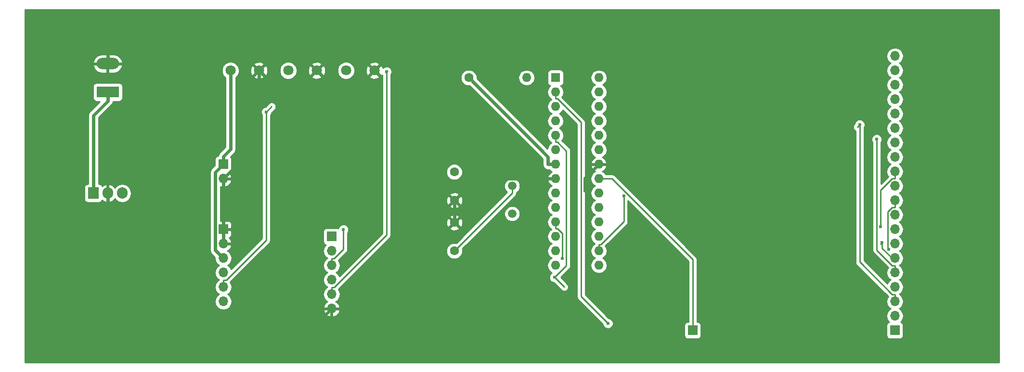
<source format=gbr>
G04 #@! TF.FileFunction,Copper,L2,Bot,Signal*
%FSLAX46Y46*%
G04 Gerber Fmt 4.6, Leading zero omitted, Abs format (unit mm)*
G04 Created by KiCad (PCBNEW 4.0.7) date 05/27/25 23:51:34*
%MOMM*%
%LPD*%
G01*
G04 APERTURE LIST*
%ADD10C,0.100000*%
%ADD11R,1.700000X1.700000*%
%ADD12O,1.700000X1.700000*%
%ADD13C,1.800000*%
%ADD14C,1.600000*%
%ADD15R,3.960000X1.980000*%
%ADD16O,3.960000X1.980000*%
%ADD17R,1.600000X1.600000*%
%ADD18O,1.600000X1.600000*%
%ADD19R,1.905000X2.000000*%
%ADD20O,1.905000X2.000000*%
%ADD21C,1.500000*%
%ADD22C,0.600000*%
%ADD23C,0.250000*%
%ADD24C,0.600000*%
%ADD25C,0.254000*%
G04 APERTURE END LIST*
D10*
D11*
X185420000Y-152400000D03*
X102870000Y-123190000D03*
D12*
X102870000Y-125730000D03*
D13*
X114300000Y-106680000D03*
X119300000Y-106680000D03*
X124460000Y-106680000D03*
X129460000Y-106680000D03*
X104140000Y-106680000D03*
X109140000Y-106680000D03*
D14*
X143510000Y-138430000D03*
X143510000Y-133430000D03*
X143510000Y-129540000D03*
X143510000Y-124540000D03*
D15*
X82550000Y-110490000D03*
D16*
X82550000Y-105490000D03*
D17*
X161290000Y-107950000D03*
D18*
X168910000Y-140970000D03*
X161290000Y-110490000D03*
X168910000Y-138430000D03*
X161290000Y-113030000D03*
X168910000Y-135890000D03*
X161290000Y-115570000D03*
X168910000Y-133350000D03*
X161290000Y-118110000D03*
X168910000Y-130810000D03*
X161290000Y-120650000D03*
X168910000Y-128270000D03*
X161290000Y-123190000D03*
X168910000Y-125730000D03*
X161290000Y-125730000D03*
X168910000Y-123190000D03*
X161290000Y-128270000D03*
X168910000Y-120650000D03*
X161290000Y-130810000D03*
X168910000Y-118110000D03*
X161290000Y-133350000D03*
X168910000Y-115570000D03*
X161290000Y-135890000D03*
X168910000Y-113030000D03*
X161290000Y-138430000D03*
X168910000Y-110490000D03*
X161290000Y-140970000D03*
X168910000Y-107950000D03*
D19*
X80010000Y-128270000D03*
D20*
X82550000Y-128270000D03*
X85090000Y-128270000D03*
D11*
X121920000Y-135890000D03*
D12*
X121920000Y-138430000D03*
X121920000Y-140970000D03*
X121920000Y-143510000D03*
X121920000Y-146050000D03*
X121920000Y-148590000D03*
D21*
X153670000Y-127000000D03*
X153670000Y-131880000D03*
D11*
X220980000Y-152400000D03*
D12*
X220980000Y-149860000D03*
X220980000Y-147320000D03*
X220980000Y-144780000D03*
X220980000Y-142240000D03*
X220980000Y-139700000D03*
X220980000Y-137160000D03*
X220980000Y-134620000D03*
X220980000Y-132080000D03*
X220980000Y-129540000D03*
X220980000Y-127000000D03*
X220980000Y-124460000D03*
X220980000Y-121920000D03*
X220980000Y-119380000D03*
X220980000Y-116840000D03*
X220980000Y-114300000D03*
X220980000Y-111760000D03*
X220980000Y-109220000D03*
X220980000Y-106680000D03*
X220980000Y-104140000D03*
D14*
X146050000Y-107950000D03*
D18*
X156210000Y-107950000D03*
D11*
X102870000Y-134620000D03*
D12*
X102870000Y-137160000D03*
X102870000Y-139700000D03*
X102870000Y-142240000D03*
X102870000Y-144780000D03*
X102870000Y-147320000D03*
D22*
X166455800Y-127813500D03*
X131580400Y-106891900D03*
X219882400Y-138109000D03*
X170513400Y-151166100D03*
X173289200Y-128761600D03*
X110440300Y-113969700D03*
X218484700Y-134144400D03*
X214789300Y-116205000D03*
X161124100Y-143071200D03*
X124000900Y-134663100D03*
X217770700Y-118784000D03*
X218699600Y-136956000D03*
X162485500Y-139743500D03*
D23*
X171240100Y-125730000D02*
X168910000Y-125730000D01*
X185420000Y-139909900D02*
X171240100Y-125730000D01*
X185420000Y-152400000D02*
X185420000Y-139909900D01*
D24*
X159938100Y-121838100D02*
X159938100Y-123190000D01*
X146050000Y-107950000D02*
X159938100Y-121838100D01*
X161290000Y-123190000D02*
X159938100Y-123190000D01*
X104140000Y-120518100D02*
X104140000Y-106680000D01*
X102870000Y-121788100D02*
X104140000Y-120518100D01*
X102870000Y-123190000D02*
X102870000Y-121788100D01*
X101468100Y-124591900D02*
X102870000Y-123190000D01*
X101468100Y-138298100D02*
X101468100Y-124591900D01*
X102870000Y-139700000D02*
X101468100Y-138298100D01*
X116840000Y-153670000D02*
X121920000Y-148590000D01*
X81280000Y-153670000D02*
X116840000Y-153670000D01*
X80010000Y-152400000D02*
X81280000Y-153670000D01*
X80010000Y-138430000D02*
X80010000Y-152400000D01*
X82550000Y-128270000D02*
X82550000Y-135890000D01*
X82550000Y-100330000D02*
X82550000Y-105490000D01*
X80010000Y-97790000D02*
X82550000Y-100330000D01*
X72390000Y-97790000D02*
X80010000Y-97790000D01*
X69850000Y-100330000D02*
X72390000Y-97790000D01*
X69850000Y-135890000D02*
X69850000Y-100330000D01*
X72390000Y-138430000D02*
X69850000Y-135890000D01*
X80010000Y-138430000D02*
X72390000Y-138430000D01*
X82550000Y-135890000D02*
X80010000Y-138430000D01*
X102870000Y-134620000D02*
X102870000Y-137160000D01*
X147397800Y-125652200D02*
X143510000Y-129540000D01*
X159860300Y-125652200D02*
X147397800Y-125652200D01*
X159938100Y-125730000D02*
X159860300Y-125652200D01*
X161290000Y-125730000D02*
X159938100Y-125730000D01*
X143510000Y-129540000D02*
X143510000Y-133430000D01*
X102870000Y-134620000D02*
X102870000Y-129135600D01*
X102870000Y-129011400D02*
X102870000Y-129135600D01*
X102870000Y-125730000D02*
X102870000Y-127165600D01*
X102870000Y-127165600D02*
X102870000Y-129011400D01*
X109140000Y-119460000D02*
X109140000Y-106680000D01*
X102870000Y-125730000D02*
X109140000Y-119460000D01*
X166455800Y-125644200D02*
X166455800Y-127813500D01*
X168910000Y-123190000D02*
X166455800Y-125644200D01*
X80010000Y-114571900D02*
X82550000Y-112031900D01*
X80010000Y-128270000D02*
X80010000Y-114571900D01*
X82550000Y-110490000D02*
X82550000Y-112031900D01*
D23*
X153670000Y-128270000D02*
X153670000Y-127000000D01*
X143510000Y-138430000D02*
X153670000Y-128270000D01*
X131580400Y-135622800D02*
X131580400Y-106891900D01*
X122380100Y-144823100D02*
X131580400Y-135622800D01*
X121920000Y-144823100D02*
X122380100Y-144823100D01*
X131580400Y-106891900D02*
X131739500Y-106732800D01*
X131739500Y-106732800D02*
X131580400Y-106891900D01*
X121920000Y-146050000D02*
X121920000Y-144823100D01*
X219753100Y-137979700D02*
X219882400Y-138109000D01*
X219753100Y-131533600D02*
X219753100Y-137979700D01*
X220519800Y-130766900D02*
X219753100Y-131533600D01*
X220980000Y-130766900D02*
X220519800Y-130766900D01*
X220980000Y-129540000D02*
X220980000Y-130766900D01*
X219882400Y-138109000D02*
X219699500Y-138109000D01*
X219699500Y-138109000D02*
X219882400Y-138109000D01*
X161290000Y-110490000D02*
X161290000Y-111666900D01*
X165778900Y-146431600D02*
X170513400Y-151166100D01*
X165778900Y-115788000D02*
X165778900Y-146431600D01*
X161657800Y-111666900D02*
X165778900Y-115788000D01*
X161290000Y-111666900D02*
X161657800Y-111666900D01*
X168910000Y-138430000D02*
X168910000Y-137253100D01*
X173289200Y-133241700D02*
X173289200Y-128761600D01*
X169277800Y-137253100D02*
X173289200Y-133241700D01*
X168910000Y-137253100D02*
X169277800Y-137253100D01*
X103378400Y-143553100D02*
X102870000Y-143553100D01*
X110440300Y-136491200D02*
X103378400Y-143553100D01*
X110440300Y-113969700D02*
X110440300Y-136491200D01*
X102870000Y-144780000D02*
X102870000Y-143553100D01*
X110440300Y-113969700D02*
X111380000Y-113030000D01*
X111380000Y-113030000D02*
X110440300Y-113969700D01*
X218484700Y-127722100D02*
X218484700Y-134144400D01*
X220519900Y-125686900D02*
X218484700Y-127722100D01*
X220980000Y-125686900D02*
X220519900Y-125686900D01*
X220980000Y-124460000D02*
X220980000Y-125686900D01*
X214789300Y-140362500D02*
X214789300Y-116205000D01*
X220519900Y-146093100D02*
X214789300Y-140362500D01*
X220980000Y-146093100D02*
X220519900Y-146093100D01*
X220980000Y-147320000D02*
X220980000Y-146093100D01*
X214789300Y-116205000D02*
X214372600Y-116621700D01*
X214372600Y-116621700D02*
X214789300Y-116205000D01*
X161290000Y-118110000D02*
X161290000Y-119286900D01*
X161124100Y-143071200D02*
X162832900Y-144780000D01*
X162832900Y-144780000D02*
X161124100Y-143071200D01*
X161655800Y-119286900D02*
X161290000Y-119286900D01*
X163201500Y-120832600D02*
X161655800Y-119286900D01*
X163201500Y-140993800D02*
X163201500Y-120832600D01*
X161124100Y-143071200D02*
X163201500Y-140993800D01*
X124000900Y-138122300D02*
X124000900Y-134663100D01*
X122380100Y-139743100D02*
X124000900Y-138122300D01*
X121920000Y-139743100D02*
X122380100Y-139743100D01*
X121920000Y-140970000D02*
X121920000Y-139743100D01*
X124000900Y-134663100D02*
X123964300Y-134699700D01*
X123964300Y-134699700D02*
X124000900Y-134663100D01*
X217770700Y-138263900D02*
X217770700Y-118784000D01*
X220519900Y-141013100D02*
X217770700Y-138263900D01*
X220980000Y-141013100D02*
X220519900Y-141013100D01*
X220980000Y-142240000D02*
X220980000Y-141013100D01*
X218699600Y-137930500D02*
X218699600Y-136956000D01*
X220469100Y-139700000D02*
X218699600Y-137930500D01*
X220980000Y-139700000D02*
X220469100Y-139700000D01*
X161667900Y-134526900D02*
X161290000Y-134526900D01*
X162485500Y-135344500D02*
X161667900Y-134526900D01*
X162485500Y-139743500D02*
X162485500Y-135344500D01*
X161290000Y-133350000D02*
X161290000Y-134526900D01*
X218699600Y-136956000D02*
X218462500Y-137193100D01*
X218462500Y-137193100D02*
X218699600Y-136956000D01*
D25*
G36*
X239320000Y-158040000D02*
X68020000Y-158040000D01*
X68020000Y-148946890D01*
X120478524Y-148946890D01*
X120648355Y-149356924D01*
X121038642Y-149785183D01*
X121563108Y-150031486D01*
X121793000Y-149910819D01*
X121793000Y-148717000D01*
X122047000Y-148717000D01*
X122047000Y-149910819D01*
X122276892Y-150031486D01*
X122801358Y-149785183D01*
X123191645Y-149356924D01*
X123361476Y-148946890D01*
X123240155Y-148717000D01*
X122047000Y-148717000D01*
X121793000Y-148717000D01*
X120599845Y-148717000D01*
X120478524Y-148946890D01*
X68020000Y-148946890D01*
X68020000Y-127270000D01*
X78410060Y-127270000D01*
X78410060Y-129270000D01*
X78454338Y-129505317D01*
X78593410Y-129721441D01*
X78805610Y-129866431D01*
X79057500Y-129917440D01*
X80962500Y-129917440D01*
X81197817Y-129873162D01*
X81413941Y-129734090D01*
X81557863Y-129523453D01*
X81683076Y-129645973D01*
X82177020Y-129860563D01*
X82423000Y-129740594D01*
X82423000Y-128397000D01*
X82403000Y-128397000D01*
X82403000Y-128143000D01*
X82423000Y-128143000D01*
X82423000Y-126799406D01*
X82677000Y-126799406D01*
X82677000Y-128143000D01*
X82697000Y-128143000D01*
X82697000Y-128397000D01*
X82677000Y-128397000D01*
X82677000Y-129740594D01*
X82922980Y-129860563D01*
X83416924Y-129645973D01*
X83820081Y-129251484D01*
X83967468Y-129472064D01*
X84482490Y-129816191D01*
X85090000Y-129937032D01*
X85697510Y-129816191D01*
X86212532Y-129472064D01*
X86556659Y-128957042D01*
X86677500Y-128349532D01*
X86677500Y-128190468D01*
X86556659Y-127582958D01*
X86212532Y-127067936D01*
X85697510Y-126723809D01*
X85090000Y-126602968D01*
X84482490Y-126723809D01*
X83967468Y-127067936D01*
X83820081Y-127288516D01*
X83416924Y-126894027D01*
X82922980Y-126679437D01*
X82677000Y-126799406D01*
X82423000Y-126799406D01*
X82177020Y-126679437D01*
X81683076Y-126894027D01*
X81555488Y-127018872D01*
X81426590Y-126818559D01*
X81214390Y-126673569D01*
X80962500Y-126622560D01*
X80945000Y-126622560D01*
X80945000Y-124591900D01*
X100533100Y-124591900D01*
X100533100Y-138298100D01*
X100604273Y-138655909D01*
X100806955Y-138959245D01*
X101387729Y-139540019D01*
X101355907Y-139700000D01*
X101468946Y-140268285D01*
X101790853Y-140750054D01*
X102120026Y-140970000D01*
X101790853Y-141189946D01*
X101468946Y-141671715D01*
X101355907Y-142240000D01*
X101468946Y-142808285D01*
X101790853Y-143290054D01*
X102118744Y-143509143D01*
X102118350Y-143511120D01*
X101790853Y-143729946D01*
X101468946Y-144211715D01*
X101355907Y-144780000D01*
X101468946Y-145348285D01*
X101790853Y-145830054D01*
X102120026Y-146050000D01*
X101790853Y-146269946D01*
X101468946Y-146751715D01*
X101355907Y-147320000D01*
X101468946Y-147888285D01*
X101790853Y-148370054D01*
X102272622Y-148691961D01*
X102840907Y-148805000D01*
X102899093Y-148805000D01*
X103467378Y-148691961D01*
X103949147Y-148370054D01*
X104271054Y-147888285D01*
X104384093Y-147320000D01*
X104271054Y-146751715D01*
X103949147Y-146269946D01*
X103619974Y-146050000D01*
X103949147Y-145830054D01*
X104271054Y-145348285D01*
X104384093Y-144780000D01*
X104271054Y-144211715D01*
X104080208Y-143926094D01*
X109576302Y-138430000D01*
X120405907Y-138430000D01*
X120518946Y-138998285D01*
X120840853Y-139480054D01*
X121168744Y-139699143D01*
X121168350Y-139701120D01*
X120840853Y-139919946D01*
X120518946Y-140401715D01*
X120405907Y-140970000D01*
X120518946Y-141538285D01*
X120840853Y-142020054D01*
X121170026Y-142240000D01*
X120840853Y-142459946D01*
X120518946Y-142941715D01*
X120405907Y-143510000D01*
X120518946Y-144078285D01*
X120840853Y-144560054D01*
X121168744Y-144779143D01*
X121168350Y-144781120D01*
X120840853Y-144999946D01*
X120518946Y-145481715D01*
X120405907Y-146050000D01*
X120518946Y-146618285D01*
X120840853Y-147100054D01*
X121181553Y-147327702D01*
X121038642Y-147394817D01*
X120648355Y-147823076D01*
X120478524Y-148233110D01*
X120599845Y-148463000D01*
X121793000Y-148463000D01*
X121793000Y-148443000D01*
X122047000Y-148443000D01*
X122047000Y-148463000D01*
X123240155Y-148463000D01*
X123361476Y-148233110D01*
X123191645Y-147823076D01*
X122801358Y-147394817D01*
X122658447Y-147327702D01*
X122999147Y-147100054D01*
X123321054Y-146618285D01*
X123434093Y-146050000D01*
X123321054Y-145481715D01*
X123110862Y-145167140D01*
X129563815Y-138714187D01*
X142074752Y-138714187D01*
X142292757Y-139241800D01*
X142696077Y-139645824D01*
X143223309Y-139864750D01*
X143794187Y-139865248D01*
X144321800Y-139647243D01*
X144725824Y-139243923D01*
X144944750Y-138716691D01*
X144945248Y-138145813D01*
X144922951Y-138091851D01*
X150860517Y-132154285D01*
X152284760Y-132154285D01*
X152495169Y-132663515D01*
X152884436Y-133053461D01*
X153393298Y-133264759D01*
X153944285Y-133265240D01*
X154453515Y-133054831D01*
X154843461Y-132665564D01*
X155054759Y-132156702D01*
X155055240Y-131605715D01*
X154844831Y-131096485D01*
X154455564Y-130706539D01*
X153946702Y-130495241D01*
X153395715Y-130494760D01*
X152886485Y-130705169D01*
X152496539Y-131094436D01*
X152285241Y-131603298D01*
X152284760Y-132154285D01*
X150860517Y-132154285D01*
X154207401Y-128807401D01*
X154372148Y-128560839D01*
X154430000Y-128270000D01*
X154430000Y-128184547D01*
X154453515Y-128174831D01*
X154843461Y-127785564D01*
X155054759Y-127276702D01*
X155055240Y-126725715D01*
X154844831Y-126216485D01*
X154455564Y-125826539D01*
X153946702Y-125615241D01*
X153395715Y-125614760D01*
X152886485Y-125825169D01*
X152496539Y-126214436D01*
X152285241Y-126723298D01*
X152284760Y-127274285D01*
X152495169Y-127783515D01*
X152788170Y-128077028D01*
X143848454Y-137016744D01*
X143796691Y-136995250D01*
X143225813Y-136994752D01*
X142698200Y-137212757D01*
X142294176Y-137616077D01*
X142075250Y-138143309D01*
X142074752Y-138714187D01*
X129563815Y-138714187D01*
X132117801Y-136160201D01*
X132282548Y-135913639D01*
X132340400Y-135622800D01*
X132340400Y-134437745D01*
X142681861Y-134437745D01*
X142755995Y-134683864D01*
X143293223Y-134876965D01*
X143863454Y-134849778D01*
X144264005Y-134683864D01*
X144338139Y-134437745D01*
X143510000Y-133609605D01*
X142681861Y-134437745D01*
X132340400Y-134437745D01*
X132340400Y-133213223D01*
X142063035Y-133213223D01*
X142090222Y-133783454D01*
X142256136Y-134184005D01*
X142502255Y-134258139D01*
X143330395Y-133430000D01*
X143689605Y-133430000D01*
X144517745Y-134258139D01*
X144763864Y-134184005D01*
X144956965Y-133646777D01*
X144929778Y-133076546D01*
X144763864Y-132675995D01*
X144517745Y-132601861D01*
X143689605Y-133430000D01*
X143330395Y-133430000D01*
X142502255Y-132601861D01*
X142256136Y-132675995D01*
X142063035Y-133213223D01*
X132340400Y-133213223D01*
X132340400Y-132422255D01*
X142681861Y-132422255D01*
X143510000Y-133250395D01*
X144338139Y-132422255D01*
X144264005Y-132176136D01*
X143726777Y-131983035D01*
X143156546Y-132010222D01*
X142755995Y-132176136D01*
X142681861Y-132422255D01*
X132340400Y-132422255D01*
X132340400Y-130547745D01*
X142681861Y-130547745D01*
X142755995Y-130793864D01*
X143293223Y-130986965D01*
X143863454Y-130959778D01*
X144264005Y-130793864D01*
X144338139Y-130547745D01*
X143510000Y-129719605D01*
X142681861Y-130547745D01*
X132340400Y-130547745D01*
X132340400Y-129323223D01*
X142063035Y-129323223D01*
X142090222Y-129893454D01*
X142256136Y-130294005D01*
X142502255Y-130368139D01*
X143330395Y-129540000D01*
X143689605Y-129540000D01*
X144517745Y-130368139D01*
X144763864Y-130294005D01*
X144956965Y-129756777D01*
X144929778Y-129186546D01*
X144763864Y-128785995D01*
X144517745Y-128711861D01*
X143689605Y-129540000D01*
X143330395Y-129540000D01*
X142502255Y-128711861D01*
X142256136Y-128785995D01*
X142063035Y-129323223D01*
X132340400Y-129323223D01*
X132340400Y-128532255D01*
X142681861Y-128532255D01*
X143510000Y-129360395D01*
X144338139Y-128532255D01*
X144264005Y-128286136D01*
X143726777Y-128093035D01*
X143156546Y-128120222D01*
X142755995Y-128286136D01*
X142681861Y-128532255D01*
X132340400Y-128532255D01*
X132340400Y-124824187D01*
X142074752Y-124824187D01*
X142292757Y-125351800D01*
X142696077Y-125755824D01*
X143223309Y-125974750D01*
X143794187Y-125975248D01*
X144321800Y-125757243D01*
X144725824Y-125353923D01*
X144944750Y-124826691D01*
X144945248Y-124255813D01*
X144727243Y-123728200D01*
X144323923Y-123324176D01*
X143796691Y-123105250D01*
X143225813Y-123104752D01*
X142698200Y-123322757D01*
X142294176Y-123726077D01*
X142075250Y-124253309D01*
X142074752Y-124824187D01*
X132340400Y-124824187D01*
X132340400Y-108234187D01*
X144614752Y-108234187D01*
X144832757Y-108761800D01*
X145236077Y-109165824D01*
X145763309Y-109384750D01*
X146162808Y-109385098D01*
X159003100Y-122225390D01*
X159003100Y-123190000D01*
X159074273Y-123547809D01*
X159276955Y-123851145D01*
X159580291Y-124053827D01*
X159938100Y-124125000D01*
X160193936Y-124125000D01*
X160247189Y-124204698D01*
X160651703Y-124474986D01*
X160434866Y-124577611D01*
X160058959Y-124992577D01*
X159898096Y-125380961D01*
X160020085Y-125603000D01*
X161163000Y-125603000D01*
X161163000Y-125583000D01*
X161417000Y-125583000D01*
X161417000Y-125603000D01*
X161437000Y-125603000D01*
X161437000Y-125857000D01*
X161417000Y-125857000D01*
X161417000Y-125877000D01*
X161163000Y-125877000D01*
X161163000Y-125857000D01*
X160020085Y-125857000D01*
X159898096Y-126079039D01*
X160058959Y-126467423D01*
X160434866Y-126882389D01*
X160651703Y-126985014D01*
X160247189Y-127255302D01*
X159936120Y-127720849D01*
X159826887Y-128270000D01*
X159936120Y-128819151D01*
X160247189Y-129284698D01*
X160629275Y-129540000D01*
X160247189Y-129795302D01*
X159936120Y-130260849D01*
X159826887Y-130810000D01*
X159936120Y-131359151D01*
X160247189Y-131824698D01*
X160629275Y-132080000D01*
X160247189Y-132335302D01*
X159936120Y-132800849D01*
X159826887Y-133350000D01*
X159936120Y-133899151D01*
X160247189Y-134364698D01*
X160536140Y-134557769D01*
X160557993Y-134667629D01*
X160247189Y-134875302D01*
X159936120Y-135340849D01*
X159826887Y-135890000D01*
X159936120Y-136439151D01*
X160247189Y-136904698D01*
X160629275Y-137160000D01*
X160247189Y-137415302D01*
X159936120Y-137880849D01*
X159826887Y-138430000D01*
X159936120Y-138979151D01*
X160247189Y-139444698D01*
X160629275Y-139700000D01*
X160247189Y-139955302D01*
X159936120Y-140420849D01*
X159826887Y-140970000D01*
X159936120Y-141519151D01*
X160247189Y-141984698D01*
X160651456Y-142254821D01*
X160595157Y-142278083D01*
X160331908Y-142540873D01*
X160189262Y-142884401D01*
X160188938Y-143256367D01*
X160330983Y-143600143D01*
X160593773Y-143863392D01*
X160937301Y-144006038D01*
X160984177Y-144006079D01*
X162295499Y-145317401D01*
X162542061Y-145482148D01*
X162832900Y-145540000D01*
X163123739Y-145482148D01*
X163370301Y-145317401D01*
X163535048Y-145070839D01*
X163592900Y-144780000D01*
X163535048Y-144489161D01*
X163370301Y-144242599D01*
X162198902Y-143071200D01*
X163738901Y-141531201D01*
X163903648Y-141284640D01*
X163961500Y-140993800D01*
X163961500Y-120832600D01*
X163903648Y-120541761D01*
X163738901Y-120295199D01*
X162427175Y-118983473D01*
X162643880Y-118659151D01*
X162753113Y-118110000D01*
X162643880Y-117560849D01*
X162332811Y-117095302D01*
X161950725Y-116840000D01*
X162332811Y-116584698D01*
X162643880Y-116119151D01*
X162753113Y-115570000D01*
X162643880Y-115020849D01*
X162332811Y-114555302D01*
X161950725Y-114300000D01*
X162332811Y-114044698D01*
X162584347Y-113668249D01*
X165018900Y-116102802D01*
X165018900Y-146431600D01*
X165076752Y-146722439D01*
X165241499Y-146969001D01*
X169578278Y-151305780D01*
X169578238Y-151351267D01*
X169720283Y-151695043D01*
X169983073Y-151958292D01*
X170326601Y-152100938D01*
X170698567Y-152101262D01*
X171042343Y-151959217D01*
X171305592Y-151696427D01*
X171448238Y-151352899D01*
X171448562Y-150980933D01*
X171306517Y-150637157D01*
X171043727Y-150373908D01*
X170700199Y-150231262D01*
X170653323Y-150231221D01*
X166538900Y-146116798D01*
X166538900Y-125730000D01*
X167446887Y-125730000D01*
X167556120Y-126279151D01*
X167867189Y-126744698D01*
X168249275Y-127000000D01*
X167867189Y-127255302D01*
X167556120Y-127720849D01*
X167446887Y-128270000D01*
X167556120Y-128819151D01*
X167867189Y-129284698D01*
X168249275Y-129540000D01*
X167867189Y-129795302D01*
X167556120Y-130260849D01*
X167446887Y-130810000D01*
X167556120Y-131359151D01*
X167867189Y-131824698D01*
X168249275Y-132080000D01*
X167867189Y-132335302D01*
X167556120Y-132800849D01*
X167446887Y-133350000D01*
X167556120Y-133899151D01*
X167867189Y-134364698D01*
X168249275Y-134620000D01*
X167867189Y-134875302D01*
X167556120Y-135340849D01*
X167446887Y-135890000D01*
X167556120Y-136439151D01*
X167867189Y-136904698D01*
X168177993Y-137112371D01*
X168156140Y-137222231D01*
X167867189Y-137415302D01*
X167556120Y-137880849D01*
X167446887Y-138430000D01*
X167556120Y-138979151D01*
X167867189Y-139444698D01*
X168249275Y-139700000D01*
X167867189Y-139955302D01*
X167556120Y-140420849D01*
X167446887Y-140970000D01*
X167556120Y-141519151D01*
X167867189Y-141984698D01*
X168332736Y-142295767D01*
X168881887Y-142405000D01*
X168938113Y-142405000D01*
X169487264Y-142295767D01*
X169952811Y-141984698D01*
X170263880Y-141519151D01*
X170373113Y-140970000D01*
X170263880Y-140420849D01*
X169952811Y-139955302D01*
X169570725Y-139700000D01*
X169952811Y-139444698D01*
X170263880Y-138979151D01*
X170373113Y-138430000D01*
X170263880Y-137880849D01*
X170047976Y-137557726D01*
X173826601Y-133779101D01*
X173991348Y-133532540D01*
X174049200Y-133241700D01*
X174049200Y-129613902D01*
X184660000Y-140224702D01*
X184660000Y-150902560D01*
X184570000Y-150902560D01*
X184334683Y-150946838D01*
X184118559Y-151085910D01*
X183973569Y-151298110D01*
X183922560Y-151550000D01*
X183922560Y-153250000D01*
X183966838Y-153485317D01*
X184105910Y-153701441D01*
X184318110Y-153846431D01*
X184570000Y-153897440D01*
X186270000Y-153897440D01*
X186505317Y-153853162D01*
X186721441Y-153714090D01*
X186866431Y-153501890D01*
X186917440Y-153250000D01*
X186917440Y-151550000D01*
X186873162Y-151314683D01*
X186734090Y-151098559D01*
X186521890Y-150953569D01*
X186270000Y-150902560D01*
X186180000Y-150902560D01*
X186180000Y-139909900D01*
X186122148Y-139619061D01*
X185957401Y-139372499D01*
X171777501Y-125192599D01*
X171530939Y-125027852D01*
X171240100Y-124970000D01*
X170122995Y-124970000D01*
X169952811Y-124715302D01*
X169548297Y-124445014D01*
X169765134Y-124342389D01*
X170141041Y-123927423D01*
X170301904Y-123539039D01*
X170179915Y-123317000D01*
X169037000Y-123317000D01*
X169037000Y-123337000D01*
X168783000Y-123337000D01*
X168783000Y-123317000D01*
X167640085Y-123317000D01*
X167518096Y-123539039D01*
X167678959Y-123927423D01*
X168054866Y-124342389D01*
X168271703Y-124445014D01*
X167867189Y-124715302D01*
X167556120Y-125180849D01*
X167446887Y-125730000D01*
X166538900Y-125730000D01*
X166538900Y-115788000D01*
X166481048Y-115497161D01*
X166316301Y-115250599D01*
X162427976Y-111362274D01*
X162643880Y-111039151D01*
X162753113Y-110490000D01*
X162643880Y-109940849D01*
X162332811Y-109475302D01*
X162188535Y-109378899D01*
X162325317Y-109353162D01*
X162541441Y-109214090D01*
X162686431Y-109001890D01*
X162737440Y-108750000D01*
X162737440Y-107950000D01*
X167446887Y-107950000D01*
X167556120Y-108499151D01*
X167867189Y-108964698D01*
X168249275Y-109220000D01*
X167867189Y-109475302D01*
X167556120Y-109940849D01*
X167446887Y-110490000D01*
X167556120Y-111039151D01*
X167867189Y-111504698D01*
X168249275Y-111760000D01*
X167867189Y-112015302D01*
X167556120Y-112480849D01*
X167446887Y-113030000D01*
X167556120Y-113579151D01*
X167867189Y-114044698D01*
X168249275Y-114300000D01*
X167867189Y-114555302D01*
X167556120Y-115020849D01*
X167446887Y-115570000D01*
X167556120Y-116119151D01*
X167867189Y-116584698D01*
X168249275Y-116840000D01*
X167867189Y-117095302D01*
X167556120Y-117560849D01*
X167446887Y-118110000D01*
X167556120Y-118659151D01*
X167867189Y-119124698D01*
X168249275Y-119380000D01*
X167867189Y-119635302D01*
X167556120Y-120100849D01*
X167446887Y-120650000D01*
X167556120Y-121199151D01*
X167867189Y-121664698D01*
X168271703Y-121934986D01*
X168054866Y-122037611D01*
X167678959Y-122452577D01*
X167518096Y-122840961D01*
X167640085Y-123063000D01*
X168783000Y-123063000D01*
X168783000Y-123043000D01*
X169037000Y-123043000D01*
X169037000Y-123063000D01*
X170179915Y-123063000D01*
X170301904Y-122840961D01*
X170141041Y-122452577D01*
X169765134Y-122037611D01*
X169548297Y-121934986D01*
X169952811Y-121664698D01*
X170263880Y-121199151D01*
X170373113Y-120650000D01*
X170263880Y-120100849D01*
X169952811Y-119635302D01*
X169570725Y-119380000D01*
X169952811Y-119124698D01*
X170263880Y-118659151D01*
X170373113Y-118110000D01*
X170263880Y-117560849D01*
X169952811Y-117095302D01*
X169570725Y-116840000D01*
X169897433Y-116621700D01*
X213612600Y-116621700D01*
X213670452Y-116912539D01*
X213835199Y-117159101D01*
X214029300Y-117288795D01*
X214029300Y-140362500D01*
X214087152Y-140653339D01*
X214251899Y-140899901D01*
X219789138Y-146437140D01*
X219578946Y-146751715D01*
X219465907Y-147320000D01*
X219578946Y-147888285D01*
X219900853Y-148370054D01*
X220230026Y-148590000D01*
X219900853Y-148809946D01*
X219578946Y-149291715D01*
X219465907Y-149860000D01*
X219578946Y-150428285D01*
X219900853Y-150910054D01*
X219942452Y-150937850D01*
X219894683Y-150946838D01*
X219678559Y-151085910D01*
X219533569Y-151298110D01*
X219482560Y-151550000D01*
X219482560Y-153250000D01*
X219526838Y-153485317D01*
X219665910Y-153701441D01*
X219878110Y-153846431D01*
X220130000Y-153897440D01*
X221830000Y-153897440D01*
X222065317Y-153853162D01*
X222281441Y-153714090D01*
X222426431Y-153501890D01*
X222477440Y-153250000D01*
X222477440Y-151550000D01*
X222433162Y-151314683D01*
X222294090Y-151098559D01*
X222081890Y-150953569D01*
X222014459Y-150939914D01*
X222059147Y-150910054D01*
X222381054Y-150428285D01*
X222494093Y-149860000D01*
X222381054Y-149291715D01*
X222059147Y-148809946D01*
X221729974Y-148590000D01*
X222059147Y-148370054D01*
X222381054Y-147888285D01*
X222494093Y-147320000D01*
X222381054Y-146751715D01*
X222059147Y-146269946D01*
X221731650Y-146051120D01*
X221731256Y-146049143D01*
X222059147Y-145830054D01*
X222381054Y-145348285D01*
X222494093Y-144780000D01*
X222381054Y-144211715D01*
X222059147Y-143729946D01*
X221729974Y-143510000D01*
X222059147Y-143290054D01*
X222381054Y-142808285D01*
X222494093Y-142240000D01*
X222381054Y-141671715D01*
X222059147Y-141189946D01*
X221731650Y-140971120D01*
X221731256Y-140969143D01*
X222059147Y-140750054D01*
X222381054Y-140268285D01*
X222494093Y-139700000D01*
X222381054Y-139131715D01*
X222059147Y-138649946D01*
X221729974Y-138430000D01*
X222059147Y-138210054D01*
X222381054Y-137728285D01*
X222494093Y-137160000D01*
X222381054Y-136591715D01*
X222059147Y-136109946D01*
X221729974Y-135890000D01*
X222059147Y-135670054D01*
X222381054Y-135188285D01*
X222494093Y-134620000D01*
X222381054Y-134051715D01*
X222059147Y-133569946D01*
X221729974Y-133350000D01*
X222059147Y-133130054D01*
X222381054Y-132648285D01*
X222494093Y-132080000D01*
X222381054Y-131511715D01*
X222059147Y-131029946D01*
X221731256Y-130810857D01*
X221731650Y-130808880D01*
X222059147Y-130590054D01*
X222381054Y-130108285D01*
X222494093Y-129540000D01*
X222381054Y-128971715D01*
X222059147Y-128489946D01*
X221729974Y-128270000D01*
X222059147Y-128050054D01*
X222381054Y-127568285D01*
X222494093Y-127000000D01*
X222381054Y-126431715D01*
X222059147Y-125949946D01*
X221731256Y-125730857D01*
X221731650Y-125728880D01*
X222059147Y-125510054D01*
X222381054Y-125028285D01*
X222494093Y-124460000D01*
X222381054Y-123891715D01*
X222059147Y-123409946D01*
X221729974Y-123190000D01*
X222059147Y-122970054D01*
X222381054Y-122488285D01*
X222494093Y-121920000D01*
X222381054Y-121351715D01*
X222059147Y-120869946D01*
X221729974Y-120650000D01*
X222059147Y-120430054D01*
X222381054Y-119948285D01*
X222494093Y-119380000D01*
X222381054Y-118811715D01*
X222059147Y-118329946D01*
X221729974Y-118110000D01*
X222059147Y-117890054D01*
X222381054Y-117408285D01*
X222494093Y-116840000D01*
X222381054Y-116271715D01*
X222059147Y-115789946D01*
X221729974Y-115570000D01*
X222059147Y-115350054D01*
X222381054Y-114868285D01*
X222494093Y-114300000D01*
X222381054Y-113731715D01*
X222059147Y-113249946D01*
X221729974Y-113030000D01*
X222059147Y-112810054D01*
X222381054Y-112328285D01*
X222494093Y-111760000D01*
X222381054Y-111191715D01*
X222059147Y-110709946D01*
X221729974Y-110490000D01*
X222059147Y-110270054D01*
X222381054Y-109788285D01*
X222494093Y-109220000D01*
X222381054Y-108651715D01*
X222059147Y-108169946D01*
X221729974Y-107950000D01*
X222059147Y-107730054D01*
X222381054Y-107248285D01*
X222494093Y-106680000D01*
X222381054Y-106111715D01*
X222059147Y-105629946D01*
X221729974Y-105410000D01*
X222059147Y-105190054D01*
X222381054Y-104708285D01*
X222494093Y-104140000D01*
X222381054Y-103571715D01*
X222059147Y-103089946D01*
X221577378Y-102768039D01*
X221009093Y-102655000D01*
X220950907Y-102655000D01*
X220382622Y-102768039D01*
X219900853Y-103089946D01*
X219578946Y-103571715D01*
X219465907Y-104140000D01*
X219578946Y-104708285D01*
X219900853Y-105190054D01*
X220230026Y-105410000D01*
X219900853Y-105629946D01*
X219578946Y-106111715D01*
X219465907Y-106680000D01*
X219578946Y-107248285D01*
X219900853Y-107730054D01*
X220230026Y-107950000D01*
X219900853Y-108169946D01*
X219578946Y-108651715D01*
X219465907Y-109220000D01*
X219578946Y-109788285D01*
X219900853Y-110270054D01*
X220230026Y-110490000D01*
X219900853Y-110709946D01*
X219578946Y-111191715D01*
X219465907Y-111760000D01*
X219578946Y-112328285D01*
X219900853Y-112810054D01*
X220230026Y-113030000D01*
X219900853Y-113249946D01*
X219578946Y-113731715D01*
X219465907Y-114300000D01*
X219578946Y-114868285D01*
X219900853Y-115350054D01*
X220230026Y-115570000D01*
X219900853Y-115789946D01*
X219578946Y-116271715D01*
X219465907Y-116840000D01*
X219578946Y-117408285D01*
X219900853Y-117890054D01*
X220230026Y-118110000D01*
X219900853Y-118329946D01*
X219578946Y-118811715D01*
X219465907Y-119380000D01*
X219578946Y-119948285D01*
X219900853Y-120430054D01*
X220230026Y-120650000D01*
X219900853Y-120869946D01*
X219578946Y-121351715D01*
X219465907Y-121920000D01*
X219578946Y-122488285D01*
X219900853Y-122970054D01*
X220230026Y-123190000D01*
X219900853Y-123409946D01*
X219578946Y-123891715D01*
X219465907Y-124460000D01*
X219578946Y-125028285D01*
X219789138Y-125342860D01*
X218530700Y-126601298D01*
X218530700Y-119346463D01*
X218562892Y-119314327D01*
X218705538Y-118970799D01*
X218705862Y-118598833D01*
X218563817Y-118255057D01*
X218301027Y-117991808D01*
X217957499Y-117849162D01*
X217585533Y-117848838D01*
X217241757Y-117990883D01*
X216978508Y-118253673D01*
X216835862Y-118597201D01*
X216835538Y-118969167D01*
X216977583Y-119312943D01*
X217010700Y-119346118D01*
X217010700Y-138263900D01*
X217068552Y-138554739D01*
X217233299Y-138801301D01*
X219789138Y-141357140D01*
X219578946Y-141671715D01*
X219465907Y-142240000D01*
X219578946Y-142808285D01*
X219900853Y-143290054D01*
X220230026Y-143510000D01*
X219900853Y-143729946D01*
X219632767Y-144131165D01*
X215549300Y-140047698D01*
X215549300Y-116767463D01*
X215581492Y-116735327D01*
X215724138Y-116391799D01*
X215724462Y-116019833D01*
X215582417Y-115676057D01*
X215319627Y-115412808D01*
X214976099Y-115270162D01*
X214604133Y-115269838D01*
X214260357Y-115411883D01*
X213997108Y-115674673D01*
X213854462Y-116018201D01*
X213854421Y-116065077D01*
X213835199Y-116084299D01*
X213670452Y-116330861D01*
X213612600Y-116621700D01*
X169897433Y-116621700D01*
X169952811Y-116584698D01*
X170263880Y-116119151D01*
X170373113Y-115570000D01*
X170263880Y-115020849D01*
X169952811Y-114555302D01*
X169570725Y-114300000D01*
X169952811Y-114044698D01*
X170263880Y-113579151D01*
X170373113Y-113030000D01*
X170263880Y-112480849D01*
X169952811Y-112015302D01*
X169570725Y-111760000D01*
X169952811Y-111504698D01*
X170263880Y-111039151D01*
X170373113Y-110490000D01*
X170263880Y-109940849D01*
X169952811Y-109475302D01*
X169570725Y-109220000D01*
X169952811Y-108964698D01*
X170263880Y-108499151D01*
X170373113Y-107950000D01*
X170263880Y-107400849D01*
X169952811Y-106935302D01*
X169487264Y-106624233D01*
X168938113Y-106515000D01*
X168881887Y-106515000D01*
X168332736Y-106624233D01*
X167867189Y-106935302D01*
X167556120Y-107400849D01*
X167446887Y-107950000D01*
X162737440Y-107950000D01*
X162737440Y-107150000D01*
X162693162Y-106914683D01*
X162554090Y-106698559D01*
X162341890Y-106553569D01*
X162090000Y-106502560D01*
X160490000Y-106502560D01*
X160254683Y-106546838D01*
X160038559Y-106685910D01*
X159893569Y-106898110D01*
X159842560Y-107150000D01*
X159842560Y-108750000D01*
X159886838Y-108985317D01*
X160025910Y-109201441D01*
X160238110Y-109346431D01*
X160393089Y-109377815D01*
X160247189Y-109475302D01*
X159936120Y-109940849D01*
X159826887Y-110490000D01*
X159936120Y-111039151D01*
X160247189Y-111504698D01*
X160536140Y-111697769D01*
X160557993Y-111807629D01*
X160247189Y-112015302D01*
X159936120Y-112480849D01*
X159826887Y-113030000D01*
X159936120Y-113579151D01*
X160247189Y-114044698D01*
X160629275Y-114300000D01*
X160247189Y-114555302D01*
X159936120Y-115020849D01*
X159826887Y-115570000D01*
X159936120Y-116119151D01*
X160247189Y-116584698D01*
X160629275Y-116840000D01*
X160247189Y-117095302D01*
X159936120Y-117560849D01*
X159826887Y-118110000D01*
X159936120Y-118659151D01*
X160247189Y-119124698D01*
X160536140Y-119317769D01*
X160557993Y-119427629D01*
X160247189Y-119635302D01*
X159936120Y-120100849D01*
X159867602Y-120445312D01*
X147484902Y-108062612D01*
X147485000Y-107950000D01*
X154746887Y-107950000D01*
X154856120Y-108499151D01*
X155167189Y-108964698D01*
X155632736Y-109275767D01*
X156181887Y-109385000D01*
X156238113Y-109385000D01*
X156787264Y-109275767D01*
X157252811Y-108964698D01*
X157563880Y-108499151D01*
X157673113Y-107950000D01*
X157563880Y-107400849D01*
X157252811Y-106935302D01*
X156787264Y-106624233D01*
X156238113Y-106515000D01*
X156181887Y-106515000D01*
X155632736Y-106624233D01*
X155167189Y-106935302D01*
X154856120Y-107400849D01*
X154746887Y-107950000D01*
X147485000Y-107950000D01*
X147485248Y-107665813D01*
X147267243Y-107138200D01*
X146863923Y-106734176D01*
X146336691Y-106515250D01*
X145765813Y-106514752D01*
X145238200Y-106732757D01*
X144834176Y-107136077D01*
X144615250Y-107663309D01*
X144614752Y-108234187D01*
X132340400Y-108234187D01*
X132340400Y-107454363D01*
X132372592Y-107422227D01*
X132515238Y-107078699D01*
X132515562Y-106706733D01*
X132474591Y-106607576D01*
X132441648Y-106441961D01*
X132276901Y-106195399D01*
X132030339Y-106030652D01*
X131865421Y-105997847D01*
X131767199Y-105957062D01*
X131395233Y-105956738D01*
X131051457Y-106098783D01*
X130939443Y-106210602D01*
X130796643Y-105865852D01*
X130540159Y-105779446D01*
X129639605Y-106680000D01*
X130540159Y-107580554D01*
X130796643Y-107494148D01*
X130813759Y-107447365D01*
X130820400Y-107454018D01*
X130820400Y-135307998D01*
X123267233Y-142861165D01*
X122999147Y-142459946D01*
X122669974Y-142240000D01*
X122999147Y-142020054D01*
X123321054Y-141538285D01*
X123434093Y-140970000D01*
X123321054Y-140401715D01*
X123110862Y-140087140D01*
X124538301Y-138659701D01*
X124703048Y-138413140D01*
X124760900Y-138122300D01*
X124760900Y-135225563D01*
X124793092Y-135193427D01*
X124935738Y-134849899D01*
X124936062Y-134477933D01*
X124794017Y-134134157D01*
X124531227Y-133870908D01*
X124187699Y-133728262D01*
X123815733Y-133727938D01*
X123471957Y-133869983D01*
X123208708Y-134132773D01*
X123066887Y-134474314D01*
X123021890Y-134443569D01*
X122770000Y-134392560D01*
X121070000Y-134392560D01*
X120834683Y-134436838D01*
X120618559Y-134575910D01*
X120473569Y-134788110D01*
X120422560Y-135040000D01*
X120422560Y-136740000D01*
X120466838Y-136975317D01*
X120605910Y-137191441D01*
X120818110Y-137336431D01*
X120885541Y-137350086D01*
X120840853Y-137379946D01*
X120518946Y-137861715D01*
X120405907Y-138430000D01*
X109576302Y-138430000D01*
X110977701Y-137028601D01*
X111142448Y-136782039D01*
X111200300Y-136491200D01*
X111200300Y-114532163D01*
X111232492Y-114500027D01*
X111375138Y-114156499D01*
X111375179Y-114109623D01*
X111917401Y-113567401D01*
X112082147Y-113320840D01*
X112139999Y-113030000D01*
X112082147Y-112739161D01*
X111917401Y-112492599D01*
X111670839Y-112327853D01*
X111380000Y-112270001D01*
X111089160Y-112327853D01*
X110842599Y-112492599D01*
X110300620Y-113034578D01*
X110255133Y-113034538D01*
X109911357Y-113176583D01*
X109648108Y-113439373D01*
X109505462Y-113782901D01*
X109505138Y-114154867D01*
X109647183Y-114498643D01*
X109680300Y-114531818D01*
X109680300Y-136176398D01*
X104236579Y-141620119D01*
X103949147Y-141189946D01*
X103619974Y-140970000D01*
X103949147Y-140750054D01*
X104271054Y-140268285D01*
X104384093Y-139700000D01*
X104271054Y-139131715D01*
X103949147Y-138649946D01*
X103608447Y-138422298D01*
X103751358Y-138355183D01*
X104141645Y-137926924D01*
X104311476Y-137516890D01*
X104190155Y-137287000D01*
X102997000Y-137287000D01*
X102997000Y-137307000D01*
X102743000Y-137307000D01*
X102743000Y-137287000D01*
X102723000Y-137287000D01*
X102723000Y-137033000D01*
X102743000Y-137033000D01*
X102743000Y-134747000D01*
X102997000Y-134747000D01*
X102997000Y-137033000D01*
X104190155Y-137033000D01*
X104311476Y-136803110D01*
X104141645Y-136393076D01*
X103870122Y-136095136D01*
X104079698Y-136008327D01*
X104258327Y-135829699D01*
X104355000Y-135596310D01*
X104355000Y-134905750D01*
X104196250Y-134747000D01*
X102997000Y-134747000D01*
X102743000Y-134747000D01*
X102723000Y-134747000D01*
X102723000Y-134493000D01*
X102743000Y-134493000D01*
X102743000Y-133293750D01*
X102997000Y-133293750D01*
X102997000Y-134493000D01*
X104196250Y-134493000D01*
X104355000Y-134334250D01*
X104355000Y-133643690D01*
X104258327Y-133410301D01*
X104079698Y-133231673D01*
X103846309Y-133135000D01*
X103155750Y-133135000D01*
X102997000Y-133293750D01*
X102743000Y-133293750D01*
X102584250Y-133135000D01*
X102403100Y-133135000D01*
X102403100Y-127119823D01*
X102513108Y-127171486D01*
X102743000Y-127050819D01*
X102743000Y-125857000D01*
X102997000Y-125857000D01*
X102997000Y-127050819D01*
X103226892Y-127171486D01*
X103751358Y-126925183D01*
X104141645Y-126496924D01*
X104311476Y-126086890D01*
X104190155Y-125857000D01*
X102997000Y-125857000D01*
X102743000Y-125857000D01*
X102723000Y-125857000D01*
X102723000Y-125603000D01*
X102743000Y-125603000D01*
X102743000Y-125583000D01*
X102997000Y-125583000D01*
X102997000Y-125603000D01*
X104190155Y-125603000D01*
X104311476Y-125373110D01*
X104141645Y-124963076D01*
X103865499Y-124660063D01*
X103955317Y-124643162D01*
X104171441Y-124504090D01*
X104316431Y-124291890D01*
X104367440Y-124040000D01*
X104367440Y-122340000D01*
X104323162Y-122104683D01*
X104184090Y-121888559D01*
X104129281Y-121851109D01*
X104801145Y-121179245D01*
X105003827Y-120875909D01*
X105075000Y-120518100D01*
X105075000Y-107915555D01*
X105230668Y-107760159D01*
X108239446Y-107760159D01*
X108325852Y-108016643D01*
X108899336Y-108226458D01*
X109509460Y-108200839D01*
X109954148Y-108016643D01*
X110040554Y-107760159D01*
X109140000Y-106859605D01*
X108239446Y-107760159D01*
X105230668Y-107760159D01*
X105440551Y-107550643D01*
X105674733Y-106986670D01*
X105675209Y-106439336D01*
X107593542Y-106439336D01*
X107619161Y-107049460D01*
X107803357Y-107494148D01*
X108059841Y-107580554D01*
X108960395Y-106680000D01*
X109319605Y-106680000D01*
X110220159Y-107580554D01*
X110476643Y-107494148D01*
X110663289Y-106983991D01*
X112764735Y-106983991D01*
X112997932Y-107548371D01*
X113429357Y-107980551D01*
X113993330Y-108214733D01*
X114603991Y-108215265D01*
X115168371Y-107982068D01*
X115390668Y-107760159D01*
X118399446Y-107760159D01*
X118485852Y-108016643D01*
X119059336Y-108226458D01*
X119669460Y-108200839D01*
X120114148Y-108016643D01*
X120200554Y-107760159D01*
X119300000Y-106859605D01*
X118399446Y-107760159D01*
X115390668Y-107760159D01*
X115600551Y-107550643D01*
X115834733Y-106986670D01*
X115835209Y-106439336D01*
X117753542Y-106439336D01*
X117779161Y-107049460D01*
X117963357Y-107494148D01*
X118219841Y-107580554D01*
X119120395Y-106680000D01*
X119479605Y-106680000D01*
X120380159Y-107580554D01*
X120636643Y-107494148D01*
X120823289Y-106983991D01*
X122924735Y-106983991D01*
X123157932Y-107548371D01*
X123589357Y-107980551D01*
X124153330Y-108214733D01*
X124763991Y-108215265D01*
X125328371Y-107982068D01*
X125550668Y-107760159D01*
X128559446Y-107760159D01*
X128645852Y-108016643D01*
X129219336Y-108226458D01*
X129829460Y-108200839D01*
X130274148Y-108016643D01*
X130360554Y-107760159D01*
X129460000Y-106859605D01*
X128559446Y-107760159D01*
X125550668Y-107760159D01*
X125760551Y-107550643D01*
X125994733Y-106986670D01*
X125995209Y-106439336D01*
X127913542Y-106439336D01*
X127939161Y-107049460D01*
X128123357Y-107494148D01*
X128379841Y-107580554D01*
X129280395Y-106680000D01*
X128379841Y-105779446D01*
X128123357Y-105865852D01*
X127913542Y-106439336D01*
X125995209Y-106439336D01*
X125995265Y-106376009D01*
X125762068Y-105811629D01*
X125550650Y-105599841D01*
X128559446Y-105599841D01*
X129460000Y-106500395D01*
X130360554Y-105599841D01*
X130274148Y-105343357D01*
X129700664Y-105133542D01*
X129090540Y-105159161D01*
X128645852Y-105343357D01*
X128559446Y-105599841D01*
X125550650Y-105599841D01*
X125330643Y-105379449D01*
X124766670Y-105145267D01*
X124156009Y-105144735D01*
X123591629Y-105377932D01*
X123159449Y-105809357D01*
X122925267Y-106373330D01*
X122924735Y-106983991D01*
X120823289Y-106983991D01*
X120846458Y-106920664D01*
X120820839Y-106310540D01*
X120636643Y-105865852D01*
X120380159Y-105779446D01*
X119479605Y-106680000D01*
X119120395Y-106680000D01*
X118219841Y-105779446D01*
X117963357Y-105865852D01*
X117753542Y-106439336D01*
X115835209Y-106439336D01*
X115835265Y-106376009D01*
X115602068Y-105811629D01*
X115390650Y-105599841D01*
X118399446Y-105599841D01*
X119300000Y-106500395D01*
X120200554Y-105599841D01*
X120114148Y-105343357D01*
X119540664Y-105133542D01*
X118930540Y-105159161D01*
X118485852Y-105343357D01*
X118399446Y-105599841D01*
X115390650Y-105599841D01*
X115170643Y-105379449D01*
X114606670Y-105145267D01*
X113996009Y-105144735D01*
X113431629Y-105377932D01*
X112999449Y-105809357D01*
X112765267Y-106373330D01*
X112764735Y-106983991D01*
X110663289Y-106983991D01*
X110686458Y-106920664D01*
X110660839Y-106310540D01*
X110476643Y-105865852D01*
X110220159Y-105779446D01*
X109319605Y-106680000D01*
X108960395Y-106680000D01*
X108059841Y-105779446D01*
X107803357Y-105865852D01*
X107593542Y-106439336D01*
X105675209Y-106439336D01*
X105675265Y-106376009D01*
X105442068Y-105811629D01*
X105230650Y-105599841D01*
X108239446Y-105599841D01*
X109140000Y-106500395D01*
X110040554Y-105599841D01*
X109954148Y-105343357D01*
X109380664Y-105133542D01*
X108770540Y-105159161D01*
X108325852Y-105343357D01*
X108239446Y-105599841D01*
X105230650Y-105599841D01*
X105010643Y-105379449D01*
X104446670Y-105145267D01*
X103836009Y-105144735D01*
X103271629Y-105377932D01*
X102839449Y-105809357D01*
X102605267Y-106373330D01*
X102604735Y-106983991D01*
X102837932Y-107548371D01*
X103205000Y-107916081D01*
X103205000Y-120130810D01*
X102208855Y-121126955D01*
X102006173Y-121430291D01*
X101951438Y-121705461D01*
X101784683Y-121736838D01*
X101568559Y-121875910D01*
X101423569Y-122088110D01*
X101372560Y-122340000D01*
X101372560Y-123365150D01*
X100806955Y-123930755D01*
X100604273Y-124234091D01*
X100533100Y-124591900D01*
X80945000Y-124591900D01*
X80945000Y-114959190D01*
X83211145Y-112693045D01*
X83413827Y-112389709D01*
X83465996Y-112127440D01*
X84530000Y-112127440D01*
X84765317Y-112083162D01*
X84981441Y-111944090D01*
X85126431Y-111731890D01*
X85177440Y-111480000D01*
X85177440Y-109500000D01*
X85133162Y-109264683D01*
X84994090Y-109048559D01*
X84781890Y-108903569D01*
X84530000Y-108852560D01*
X80570000Y-108852560D01*
X80334683Y-108896838D01*
X80118559Y-109035910D01*
X79973569Y-109248110D01*
X79922560Y-109500000D01*
X79922560Y-111480000D01*
X79966838Y-111715317D01*
X80105910Y-111931441D01*
X80318110Y-112076431D01*
X80570000Y-112127440D01*
X81132170Y-112127440D01*
X79348855Y-113910755D01*
X79146173Y-114214091D01*
X79075000Y-114571900D01*
X79075000Y-126622560D01*
X79057500Y-126622560D01*
X78822183Y-126666838D01*
X78606059Y-126805910D01*
X78461069Y-127018110D01*
X78410060Y-127270000D01*
X68020000Y-127270000D01*
X68020000Y-105868865D01*
X79979782Y-105868865D01*
X80010095Y-105994528D01*
X80321149Y-106549246D01*
X80820807Y-106942703D01*
X81433000Y-107115000D01*
X82423000Y-107115000D01*
X82423000Y-105617000D01*
X82677000Y-105617000D01*
X82677000Y-107115000D01*
X83667000Y-107115000D01*
X84279193Y-106942703D01*
X84778851Y-106549246D01*
X85089905Y-105994528D01*
X85120218Y-105868865D01*
X85000740Y-105617000D01*
X82677000Y-105617000D01*
X82423000Y-105617000D01*
X80099260Y-105617000D01*
X79979782Y-105868865D01*
X68020000Y-105868865D01*
X68020000Y-105111135D01*
X79979782Y-105111135D01*
X80099260Y-105363000D01*
X82423000Y-105363000D01*
X82423000Y-103865000D01*
X82677000Y-103865000D01*
X82677000Y-105363000D01*
X85000740Y-105363000D01*
X85120218Y-105111135D01*
X85089905Y-104985472D01*
X84778851Y-104430754D01*
X84279193Y-104037297D01*
X83667000Y-103865000D01*
X82677000Y-103865000D01*
X82423000Y-103865000D01*
X81433000Y-103865000D01*
X80820807Y-104037297D01*
X80321149Y-104430754D01*
X80010095Y-104985472D01*
X79979782Y-105111135D01*
X68020000Y-105111135D01*
X68020000Y-95960000D01*
X239320000Y-95960000D01*
X239320000Y-158040000D01*
X239320000Y-158040000D01*
G37*
X239320000Y-158040000D02*
X68020000Y-158040000D01*
X68020000Y-148946890D01*
X120478524Y-148946890D01*
X120648355Y-149356924D01*
X121038642Y-149785183D01*
X121563108Y-150031486D01*
X121793000Y-149910819D01*
X121793000Y-148717000D01*
X122047000Y-148717000D01*
X122047000Y-149910819D01*
X122276892Y-150031486D01*
X122801358Y-149785183D01*
X123191645Y-149356924D01*
X123361476Y-148946890D01*
X123240155Y-148717000D01*
X122047000Y-148717000D01*
X121793000Y-148717000D01*
X120599845Y-148717000D01*
X120478524Y-148946890D01*
X68020000Y-148946890D01*
X68020000Y-127270000D01*
X78410060Y-127270000D01*
X78410060Y-129270000D01*
X78454338Y-129505317D01*
X78593410Y-129721441D01*
X78805610Y-129866431D01*
X79057500Y-129917440D01*
X80962500Y-129917440D01*
X81197817Y-129873162D01*
X81413941Y-129734090D01*
X81557863Y-129523453D01*
X81683076Y-129645973D01*
X82177020Y-129860563D01*
X82423000Y-129740594D01*
X82423000Y-128397000D01*
X82403000Y-128397000D01*
X82403000Y-128143000D01*
X82423000Y-128143000D01*
X82423000Y-126799406D01*
X82677000Y-126799406D01*
X82677000Y-128143000D01*
X82697000Y-128143000D01*
X82697000Y-128397000D01*
X82677000Y-128397000D01*
X82677000Y-129740594D01*
X82922980Y-129860563D01*
X83416924Y-129645973D01*
X83820081Y-129251484D01*
X83967468Y-129472064D01*
X84482490Y-129816191D01*
X85090000Y-129937032D01*
X85697510Y-129816191D01*
X86212532Y-129472064D01*
X86556659Y-128957042D01*
X86677500Y-128349532D01*
X86677500Y-128190468D01*
X86556659Y-127582958D01*
X86212532Y-127067936D01*
X85697510Y-126723809D01*
X85090000Y-126602968D01*
X84482490Y-126723809D01*
X83967468Y-127067936D01*
X83820081Y-127288516D01*
X83416924Y-126894027D01*
X82922980Y-126679437D01*
X82677000Y-126799406D01*
X82423000Y-126799406D01*
X82177020Y-126679437D01*
X81683076Y-126894027D01*
X81555488Y-127018872D01*
X81426590Y-126818559D01*
X81214390Y-126673569D01*
X80962500Y-126622560D01*
X80945000Y-126622560D01*
X80945000Y-124591900D01*
X100533100Y-124591900D01*
X100533100Y-138298100D01*
X100604273Y-138655909D01*
X100806955Y-138959245D01*
X101387729Y-139540019D01*
X101355907Y-139700000D01*
X101468946Y-140268285D01*
X101790853Y-140750054D01*
X102120026Y-140970000D01*
X101790853Y-141189946D01*
X101468946Y-141671715D01*
X101355907Y-142240000D01*
X101468946Y-142808285D01*
X101790853Y-143290054D01*
X102118744Y-143509143D01*
X102118350Y-143511120D01*
X101790853Y-143729946D01*
X101468946Y-144211715D01*
X101355907Y-144780000D01*
X101468946Y-145348285D01*
X101790853Y-145830054D01*
X102120026Y-146050000D01*
X101790853Y-146269946D01*
X101468946Y-146751715D01*
X101355907Y-147320000D01*
X101468946Y-147888285D01*
X101790853Y-148370054D01*
X102272622Y-148691961D01*
X102840907Y-148805000D01*
X102899093Y-148805000D01*
X103467378Y-148691961D01*
X103949147Y-148370054D01*
X104271054Y-147888285D01*
X104384093Y-147320000D01*
X104271054Y-146751715D01*
X103949147Y-146269946D01*
X103619974Y-146050000D01*
X103949147Y-145830054D01*
X104271054Y-145348285D01*
X104384093Y-144780000D01*
X104271054Y-144211715D01*
X104080208Y-143926094D01*
X109576302Y-138430000D01*
X120405907Y-138430000D01*
X120518946Y-138998285D01*
X120840853Y-139480054D01*
X121168744Y-139699143D01*
X121168350Y-139701120D01*
X120840853Y-139919946D01*
X120518946Y-140401715D01*
X120405907Y-140970000D01*
X120518946Y-141538285D01*
X120840853Y-142020054D01*
X121170026Y-142240000D01*
X120840853Y-142459946D01*
X120518946Y-142941715D01*
X120405907Y-143510000D01*
X120518946Y-144078285D01*
X120840853Y-144560054D01*
X121168744Y-144779143D01*
X121168350Y-144781120D01*
X120840853Y-144999946D01*
X120518946Y-145481715D01*
X120405907Y-146050000D01*
X120518946Y-146618285D01*
X120840853Y-147100054D01*
X121181553Y-147327702D01*
X121038642Y-147394817D01*
X120648355Y-147823076D01*
X120478524Y-148233110D01*
X120599845Y-148463000D01*
X121793000Y-148463000D01*
X121793000Y-148443000D01*
X122047000Y-148443000D01*
X122047000Y-148463000D01*
X123240155Y-148463000D01*
X123361476Y-148233110D01*
X123191645Y-147823076D01*
X122801358Y-147394817D01*
X122658447Y-147327702D01*
X122999147Y-147100054D01*
X123321054Y-146618285D01*
X123434093Y-146050000D01*
X123321054Y-145481715D01*
X123110862Y-145167140D01*
X129563815Y-138714187D01*
X142074752Y-138714187D01*
X142292757Y-139241800D01*
X142696077Y-139645824D01*
X143223309Y-139864750D01*
X143794187Y-139865248D01*
X144321800Y-139647243D01*
X144725824Y-139243923D01*
X144944750Y-138716691D01*
X144945248Y-138145813D01*
X144922951Y-138091851D01*
X150860517Y-132154285D01*
X152284760Y-132154285D01*
X152495169Y-132663515D01*
X152884436Y-133053461D01*
X153393298Y-133264759D01*
X153944285Y-133265240D01*
X154453515Y-133054831D01*
X154843461Y-132665564D01*
X155054759Y-132156702D01*
X155055240Y-131605715D01*
X154844831Y-131096485D01*
X154455564Y-130706539D01*
X153946702Y-130495241D01*
X153395715Y-130494760D01*
X152886485Y-130705169D01*
X152496539Y-131094436D01*
X152285241Y-131603298D01*
X152284760Y-132154285D01*
X150860517Y-132154285D01*
X154207401Y-128807401D01*
X154372148Y-128560839D01*
X154430000Y-128270000D01*
X154430000Y-128184547D01*
X154453515Y-128174831D01*
X154843461Y-127785564D01*
X155054759Y-127276702D01*
X155055240Y-126725715D01*
X154844831Y-126216485D01*
X154455564Y-125826539D01*
X153946702Y-125615241D01*
X153395715Y-125614760D01*
X152886485Y-125825169D01*
X152496539Y-126214436D01*
X152285241Y-126723298D01*
X152284760Y-127274285D01*
X152495169Y-127783515D01*
X152788170Y-128077028D01*
X143848454Y-137016744D01*
X143796691Y-136995250D01*
X143225813Y-136994752D01*
X142698200Y-137212757D01*
X142294176Y-137616077D01*
X142075250Y-138143309D01*
X142074752Y-138714187D01*
X129563815Y-138714187D01*
X132117801Y-136160201D01*
X132282548Y-135913639D01*
X132340400Y-135622800D01*
X132340400Y-134437745D01*
X142681861Y-134437745D01*
X142755995Y-134683864D01*
X143293223Y-134876965D01*
X143863454Y-134849778D01*
X144264005Y-134683864D01*
X144338139Y-134437745D01*
X143510000Y-133609605D01*
X142681861Y-134437745D01*
X132340400Y-134437745D01*
X132340400Y-133213223D01*
X142063035Y-133213223D01*
X142090222Y-133783454D01*
X142256136Y-134184005D01*
X142502255Y-134258139D01*
X143330395Y-133430000D01*
X143689605Y-133430000D01*
X144517745Y-134258139D01*
X144763864Y-134184005D01*
X144956965Y-133646777D01*
X144929778Y-133076546D01*
X144763864Y-132675995D01*
X144517745Y-132601861D01*
X143689605Y-133430000D01*
X143330395Y-133430000D01*
X142502255Y-132601861D01*
X142256136Y-132675995D01*
X142063035Y-133213223D01*
X132340400Y-133213223D01*
X132340400Y-132422255D01*
X142681861Y-132422255D01*
X143510000Y-133250395D01*
X144338139Y-132422255D01*
X144264005Y-132176136D01*
X143726777Y-131983035D01*
X143156546Y-132010222D01*
X142755995Y-132176136D01*
X142681861Y-132422255D01*
X132340400Y-132422255D01*
X132340400Y-130547745D01*
X142681861Y-130547745D01*
X142755995Y-130793864D01*
X143293223Y-130986965D01*
X143863454Y-130959778D01*
X144264005Y-130793864D01*
X144338139Y-130547745D01*
X143510000Y-129719605D01*
X142681861Y-130547745D01*
X132340400Y-130547745D01*
X132340400Y-129323223D01*
X142063035Y-129323223D01*
X142090222Y-129893454D01*
X142256136Y-130294005D01*
X142502255Y-130368139D01*
X143330395Y-129540000D01*
X143689605Y-129540000D01*
X144517745Y-130368139D01*
X144763864Y-130294005D01*
X144956965Y-129756777D01*
X144929778Y-129186546D01*
X144763864Y-128785995D01*
X144517745Y-128711861D01*
X143689605Y-129540000D01*
X143330395Y-129540000D01*
X142502255Y-128711861D01*
X142256136Y-128785995D01*
X142063035Y-129323223D01*
X132340400Y-129323223D01*
X132340400Y-128532255D01*
X142681861Y-128532255D01*
X143510000Y-129360395D01*
X144338139Y-128532255D01*
X144264005Y-128286136D01*
X143726777Y-128093035D01*
X143156546Y-128120222D01*
X142755995Y-128286136D01*
X142681861Y-128532255D01*
X132340400Y-128532255D01*
X132340400Y-124824187D01*
X142074752Y-124824187D01*
X142292757Y-125351800D01*
X142696077Y-125755824D01*
X143223309Y-125974750D01*
X143794187Y-125975248D01*
X144321800Y-125757243D01*
X144725824Y-125353923D01*
X144944750Y-124826691D01*
X144945248Y-124255813D01*
X144727243Y-123728200D01*
X144323923Y-123324176D01*
X143796691Y-123105250D01*
X143225813Y-123104752D01*
X142698200Y-123322757D01*
X142294176Y-123726077D01*
X142075250Y-124253309D01*
X142074752Y-124824187D01*
X132340400Y-124824187D01*
X132340400Y-108234187D01*
X144614752Y-108234187D01*
X144832757Y-108761800D01*
X145236077Y-109165824D01*
X145763309Y-109384750D01*
X146162808Y-109385098D01*
X159003100Y-122225390D01*
X159003100Y-123190000D01*
X159074273Y-123547809D01*
X159276955Y-123851145D01*
X159580291Y-124053827D01*
X159938100Y-124125000D01*
X160193936Y-124125000D01*
X160247189Y-124204698D01*
X160651703Y-124474986D01*
X160434866Y-124577611D01*
X160058959Y-124992577D01*
X159898096Y-125380961D01*
X160020085Y-125603000D01*
X161163000Y-125603000D01*
X161163000Y-125583000D01*
X161417000Y-125583000D01*
X161417000Y-125603000D01*
X161437000Y-125603000D01*
X161437000Y-125857000D01*
X161417000Y-125857000D01*
X161417000Y-125877000D01*
X161163000Y-125877000D01*
X161163000Y-125857000D01*
X160020085Y-125857000D01*
X159898096Y-126079039D01*
X160058959Y-126467423D01*
X160434866Y-126882389D01*
X160651703Y-126985014D01*
X160247189Y-127255302D01*
X159936120Y-127720849D01*
X159826887Y-128270000D01*
X159936120Y-128819151D01*
X160247189Y-129284698D01*
X160629275Y-129540000D01*
X160247189Y-129795302D01*
X159936120Y-130260849D01*
X159826887Y-130810000D01*
X159936120Y-131359151D01*
X160247189Y-131824698D01*
X160629275Y-132080000D01*
X160247189Y-132335302D01*
X159936120Y-132800849D01*
X159826887Y-133350000D01*
X159936120Y-133899151D01*
X160247189Y-134364698D01*
X160536140Y-134557769D01*
X160557993Y-134667629D01*
X160247189Y-134875302D01*
X159936120Y-135340849D01*
X159826887Y-135890000D01*
X159936120Y-136439151D01*
X160247189Y-136904698D01*
X160629275Y-137160000D01*
X160247189Y-137415302D01*
X159936120Y-137880849D01*
X159826887Y-138430000D01*
X159936120Y-138979151D01*
X160247189Y-139444698D01*
X160629275Y-139700000D01*
X160247189Y-139955302D01*
X159936120Y-140420849D01*
X159826887Y-140970000D01*
X159936120Y-141519151D01*
X160247189Y-141984698D01*
X160651456Y-142254821D01*
X160595157Y-142278083D01*
X160331908Y-142540873D01*
X160189262Y-142884401D01*
X160188938Y-143256367D01*
X160330983Y-143600143D01*
X160593773Y-143863392D01*
X160937301Y-144006038D01*
X160984177Y-144006079D01*
X162295499Y-145317401D01*
X162542061Y-145482148D01*
X162832900Y-145540000D01*
X163123739Y-145482148D01*
X163370301Y-145317401D01*
X163535048Y-145070839D01*
X163592900Y-144780000D01*
X163535048Y-144489161D01*
X163370301Y-144242599D01*
X162198902Y-143071200D01*
X163738901Y-141531201D01*
X163903648Y-141284640D01*
X163961500Y-140993800D01*
X163961500Y-120832600D01*
X163903648Y-120541761D01*
X163738901Y-120295199D01*
X162427175Y-118983473D01*
X162643880Y-118659151D01*
X162753113Y-118110000D01*
X162643880Y-117560849D01*
X162332811Y-117095302D01*
X161950725Y-116840000D01*
X162332811Y-116584698D01*
X162643880Y-116119151D01*
X162753113Y-115570000D01*
X162643880Y-115020849D01*
X162332811Y-114555302D01*
X161950725Y-114300000D01*
X162332811Y-114044698D01*
X162584347Y-113668249D01*
X165018900Y-116102802D01*
X165018900Y-146431600D01*
X165076752Y-146722439D01*
X165241499Y-146969001D01*
X169578278Y-151305780D01*
X169578238Y-151351267D01*
X169720283Y-151695043D01*
X169983073Y-151958292D01*
X170326601Y-152100938D01*
X170698567Y-152101262D01*
X171042343Y-151959217D01*
X171305592Y-151696427D01*
X171448238Y-151352899D01*
X171448562Y-150980933D01*
X171306517Y-150637157D01*
X171043727Y-150373908D01*
X170700199Y-150231262D01*
X170653323Y-150231221D01*
X166538900Y-146116798D01*
X166538900Y-125730000D01*
X167446887Y-125730000D01*
X167556120Y-126279151D01*
X167867189Y-126744698D01*
X168249275Y-127000000D01*
X167867189Y-127255302D01*
X167556120Y-127720849D01*
X167446887Y-128270000D01*
X167556120Y-128819151D01*
X167867189Y-129284698D01*
X168249275Y-129540000D01*
X167867189Y-129795302D01*
X167556120Y-130260849D01*
X167446887Y-130810000D01*
X167556120Y-131359151D01*
X167867189Y-131824698D01*
X168249275Y-132080000D01*
X167867189Y-132335302D01*
X167556120Y-132800849D01*
X167446887Y-133350000D01*
X167556120Y-133899151D01*
X167867189Y-134364698D01*
X168249275Y-134620000D01*
X167867189Y-134875302D01*
X167556120Y-135340849D01*
X167446887Y-135890000D01*
X167556120Y-136439151D01*
X167867189Y-136904698D01*
X168177993Y-137112371D01*
X168156140Y-137222231D01*
X167867189Y-137415302D01*
X167556120Y-137880849D01*
X167446887Y-138430000D01*
X167556120Y-138979151D01*
X167867189Y-139444698D01*
X168249275Y-139700000D01*
X167867189Y-139955302D01*
X167556120Y-140420849D01*
X167446887Y-140970000D01*
X167556120Y-141519151D01*
X167867189Y-141984698D01*
X168332736Y-142295767D01*
X168881887Y-142405000D01*
X168938113Y-142405000D01*
X169487264Y-142295767D01*
X169952811Y-141984698D01*
X170263880Y-141519151D01*
X170373113Y-140970000D01*
X170263880Y-140420849D01*
X169952811Y-139955302D01*
X169570725Y-139700000D01*
X169952811Y-139444698D01*
X170263880Y-138979151D01*
X170373113Y-138430000D01*
X170263880Y-137880849D01*
X170047976Y-137557726D01*
X173826601Y-133779101D01*
X173991348Y-133532540D01*
X174049200Y-133241700D01*
X174049200Y-129613902D01*
X184660000Y-140224702D01*
X184660000Y-150902560D01*
X184570000Y-150902560D01*
X184334683Y-150946838D01*
X184118559Y-151085910D01*
X183973569Y-151298110D01*
X183922560Y-151550000D01*
X183922560Y-153250000D01*
X183966838Y-153485317D01*
X184105910Y-153701441D01*
X184318110Y-153846431D01*
X184570000Y-153897440D01*
X186270000Y-153897440D01*
X186505317Y-153853162D01*
X186721441Y-153714090D01*
X186866431Y-153501890D01*
X186917440Y-153250000D01*
X186917440Y-151550000D01*
X186873162Y-151314683D01*
X186734090Y-151098559D01*
X186521890Y-150953569D01*
X186270000Y-150902560D01*
X186180000Y-150902560D01*
X186180000Y-139909900D01*
X186122148Y-139619061D01*
X185957401Y-139372499D01*
X171777501Y-125192599D01*
X171530939Y-125027852D01*
X171240100Y-124970000D01*
X170122995Y-124970000D01*
X169952811Y-124715302D01*
X169548297Y-124445014D01*
X169765134Y-124342389D01*
X170141041Y-123927423D01*
X170301904Y-123539039D01*
X170179915Y-123317000D01*
X169037000Y-123317000D01*
X169037000Y-123337000D01*
X168783000Y-123337000D01*
X168783000Y-123317000D01*
X167640085Y-123317000D01*
X167518096Y-123539039D01*
X167678959Y-123927423D01*
X168054866Y-124342389D01*
X168271703Y-124445014D01*
X167867189Y-124715302D01*
X167556120Y-125180849D01*
X167446887Y-125730000D01*
X166538900Y-125730000D01*
X166538900Y-115788000D01*
X166481048Y-115497161D01*
X166316301Y-115250599D01*
X162427976Y-111362274D01*
X162643880Y-111039151D01*
X162753113Y-110490000D01*
X162643880Y-109940849D01*
X162332811Y-109475302D01*
X162188535Y-109378899D01*
X162325317Y-109353162D01*
X162541441Y-109214090D01*
X162686431Y-109001890D01*
X162737440Y-108750000D01*
X162737440Y-107950000D01*
X167446887Y-107950000D01*
X167556120Y-108499151D01*
X167867189Y-108964698D01*
X168249275Y-109220000D01*
X167867189Y-109475302D01*
X167556120Y-109940849D01*
X167446887Y-110490000D01*
X167556120Y-111039151D01*
X167867189Y-111504698D01*
X168249275Y-111760000D01*
X167867189Y-112015302D01*
X167556120Y-112480849D01*
X167446887Y-113030000D01*
X167556120Y-113579151D01*
X167867189Y-114044698D01*
X168249275Y-114300000D01*
X167867189Y-114555302D01*
X167556120Y-115020849D01*
X167446887Y-115570000D01*
X167556120Y-116119151D01*
X167867189Y-116584698D01*
X168249275Y-116840000D01*
X167867189Y-117095302D01*
X167556120Y-117560849D01*
X167446887Y-118110000D01*
X167556120Y-118659151D01*
X167867189Y-119124698D01*
X168249275Y-119380000D01*
X167867189Y-119635302D01*
X167556120Y-120100849D01*
X167446887Y-120650000D01*
X167556120Y-121199151D01*
X167867189Y-121664698D01*
X168271703Y-121934986D01*
X168054866Y-122037611D01*
X167678959Y-122452577D01*
X167518096Y-122840961D01*
X167640085Y-123063000D01*
X168783000Y-123063000D01*
X168783000Y-123043000D01*
X169037000Y-123043000D01*
X169037000Y-123063000D01*
X170179915Y-123063000D01*
X170301904Y-122840961D01*
X170141041Y-122452577D01*
X169765134Y-122037611D01*
X169548297Y-121934986D01*
X169952811Y-121664698D01*
X170263880Y-121199151D01*
X170373113Y-120650000D01*
X170263880Y-120100849D01*
X169952811Y-119635302D01*
X169570725Y-119380000D01*
X169952811Y-119124698D01*
X170263880Y-118659151D01*
X170373113Y-118110000D01*
X170263880Y-117560849D01*
X169952811Y-117095302D01*
X169570725Y-116840000D01*
X169897433Y-116621700D01*
X213612600Y-116621700D01*
X213670452Y-116912539D01*
X213835199Y-117159101D01*
X214029300Y-117288795D01*
X214029300Y-140362500D01*
X214087152Y-140653339D01*
X214251899Y-140899901D01*
X219789138Y-146437140D01*
X219578946Y-146751715D01*
X219465907Y-147320000D01*
X219578946Y-147888285D01*
X219900853Y-148370054D01*
X220230026Y-148590000D01*
X219900853Y-148809946D01*
X219578946Y-149291715D01*
X219465907Y-149860000D01*
X219578946Y-150428285D01*
X219900853Y-150910054D01*
X219942452Y-150937850D01*
X219894683Y-150946838D01*
X219678559Y-151085910D01*
X219533569Y-151298110D01*
X219482560Y-151550000D01*
X219482560Y-153250000D01*
X219526838Y-153485317D01*
X219665910Y-153701441D01*
X219878110Y-153846431D01*
X220130000Y-153897440D01*
X221830000Y-153897440D01*
X222065317Y-153853162D01*
X222281441Y-153714090D01*
X222426431Y-153501890D01*
X222477440Y-153250000D01*
X222477440Y-151550000D01*
X222433162Y-151314683D01*
X222294090Y-151098559D01*
X222081890Y-150953569D01*
X222014459Y-150939914D01*
X222059147Y-150910054D01*
X222381054Y-150428285D01*
X222494093Y-149860000D01*
X222381054Y-149291715D01*
X222059147Y-148809946D01*
X221729974Y-148590000D01*
X222059147Y-148370054D01*
X222381054Y-147888285D01*
X222494093Y-147320000D01*
X222381054Y-146751715D01*
X222059147Y-146269946D01*
X221731650Y-146051120D01*
X221731256Y-146049143D01*
X222059147Y-145830054D01*
X222381054Y-145348285D01*
X222494093Y-144780000D01*
X222381054Y-144211715D01*
X222059147Y-143729946D01*
X221729974Y-143510000D01*
X222059147Y-143290054D01*
X222381054Y-142808285D01*
X222494093Y-142240000D01*
X222381054Y-141671715D01*
X222059147Y-141189946D01*
X221731650Y-140971120D01*
X221731256Y-140969143D01*
X222059147Y-140750054D01*
X222381054Y-140268285D01*
X222494093Y-139700000D01*
X222381054Y-139131715D01*
X222059147Y-138649946D01*
X221729974Y-138430000D01*
X222059147Y-138210054D01*
X222381054Y-137728285D01*
X222494093Y-137160000D01*
X222381054Y-136591715D01*
X222059147Y-136109946D01*
X221729974Y-135890000D01*
X222059147Y-135670054D01*
X222381054Y-135188285D01*
X222494093Y-134620000D01*
X222381054Y-134051715D01*
X222059147Y-133569946D01*
X221729974Y-133350000D01*
X222059147Y-133130054D01*
X222381054Y-132648285D01*
X222494093Y-132080000D01*
X222381054Y-131511715D01*
X222059147Y-131029946D01*
X221731256Y-130810857D01*
X221731650Y-130808880D01*
X222059147Y-130590054D01*
X222381054Y-130108285D01*
X222494093Y-129540000D01*
X222381054Y-128971715D01*
X222059147Y-128489946D01*
X221729974Y-128270000D01*
X222059147Y-128050054D01*
X222381054Y-127568285D01*
X222494093Y-127000000D01*
X222381054Y-126431715D01*
X222059147Y-125949946D01*
X221731256Y-125730857D01*
X221731650Y-125728880D01*
X222059147Y-125510054D01*
X222381054Y-125028285D01*
X222494093Y-124460000D01*
X222381054Y-123891715D01*
X222059147Y-123409946D01*
X221729974Y-123190000D01*
X222059147Y-122970054D01*
X222381054Y-122488285D01*
X222494093Y-121920000D01*
X222381054Y-121351715D01*
X222059147Y-120869946D01*
X221729974Y-120650000D01*
X222059147Y-120430054D01*
X222381054Y-119948285D01*
X222494093Y-119380000D01*
X222381054Y-118811715D01*
X222059147Y-118329946D01*
X221729974Y-118110000D01*
X222059147Y-117890054D01*
X222381054Y-117408285D01*
X222494093Y-116840000D01*
X222381054Y-116271715D01*
X222059147Y-115789946D01*
X221729974Y-115570000D01*
X222059147Y-115350054D01*
X222381054Y-114868285D01*
X222494093Y-114300000D01*
X222381054Y-113731715D01*
X222059147Y-113249946D01*
X221729974Y-113030000D01*
X222059147Y-112810054D01*
X222381054Y-112328285D01*
X222494093Y-111760000D01*
X222381054Y-111191715D01*
X222059147Y-110709946D01*
X221729974Y-110490000D01*
X222059147Y-110270054D01*
X222381054Y-109788285D01*
X222494093Y-109220000D01*
X222381054Y-108651715D01*
X222059147Y-108169946D01*
X221729974Y-107950000D01*
X222059147Y-107730054D01*
X222381054Y-107248285D01*
X222494093Y-106680000D01*
X222381054Y-106111715D01*
X222059147Y-105629946D01*
X221729974Y-105410000D01*
X222059147Y-105190054D01*
X222381054Y-104708285D01*
X222494093Y-104140000D01*
X222381054Y-103571715D01*
X222059147Y-103089946D01*
X221577378Y-102768039D01*
X221009093Y-102655000D01*
X220950907Y-102655000D01*
X220382622Y-102768039D01*
X219900853Y-103089946D01*
X219578946Y-103571715D01*
X219465907Y-104140000D01*
X219578946Y-104708285D01*
X219900853Y-105190054D01*
X220230026Y-105410000D01*
X219900853Y-105629946D01*
X219578946Y-106111715D01*
X219465907Y-106680000D01*
X219578946Y-107248285D01*
X219900853Y-107730054D01*
X220230026Y-107950000D01*
X219900853Y-108169946D01*
X219578946Y-108651715D01*
X219465907Y-109220000D01*
X219578946Y-109788285D01*
X219900853Y-110270054D01*
X220230026Y-110490000D01*
X219900853Y-110709946D01*
X219578946Y-111191715D01*
X219465907Y-111760000D01*
X219578946Y-112328285D01*
X219900853Y-112810054D01*
X220230026Y-113030000D01*
X219900853Y-113249946D01*
X219578946Y-113731715D01*
X219465907Y-114300000D01*
X219578946Y-114868285D01*
X219900853Y-115350054D01*
X220230026Y-115570000D01*
X219900853Y-115789946D01*
X219578946Y-116271715D01*
X219465907Y-116840000D01*
X219578946Y-117408285D01*
X219900853Y-117890054D01*
X220230026Y-118110000D01*
X219900853Y-118329946D01*
X219578946Y-118811715D01*
X219465907Y-119380000D01*
X219578946Y-119948285D01*
X219900853Y-120430054D01*
X220230026Y-120650000D01*
X219900853Y-120869946D01*
X219578946Y-121351715D01*
X219465907Y-121920000D01*
X219578946Y-122488285D01*
X219900853Y-122970054D01*
X220230026Y-123190000D01*
X219900853Y-123409946D01*
X219578946Y-123891715D01*
X219465907Y-124460000D01*
X219578946Y-125028285D01*
X219789138Y-125342860D01*
X218530700Y-126601298D01*
X218530700Y-119346463D01*
X218562892Y-119314327D01*
X218705538Y-118970799D01*
X218705862Y-118598833D01*
X218563817Y-118255057D01*
X218301027Y-117991808D01*
X217957499Y-117849162D01*
X217585533Y-117848838D01*
X217241757Y-117990883D01*
X216978508Y-118253673D01*
X216835862Y-118597201D01*
X216835538Y-118969167D01*
X216977583Y-119312943D01*
X217010700Y-119346118D01*
X217010700Y-138263900D01*
X217068552Y-138554739D01*
X217233299Y-138801301D01*
X219789138Y-141357140D01*
X219578946Y-141671715D01*
X219465907Y-142240000D01*
X219578946Y-142808285D01*
X219900853Y-143290054D01*
X220230026Y-143510000D01*
X219900853Y-143729946D01*
X219632767Y-144131165D01*
X215549300Y-140047698D01*
X215549300Y-116767463D01*
X215581492Y-116735327D01*
X215724138Y-116391799D01*
X215724462Y-116019833D01*
X215582417Y-115676057D01*
X215319627Y-115412808D01*
X214976099Y-115270162D01*
X214604133Y-115269838D01*
X214260357Y-115411883D01*
X213997108Y-115674673D01*
X213854462Y-116018201D01*
X213854421Y-116065077D01*
X213835199Y-116084299D01*
X213670452Y-116330861D01*
X213612600Y-116621700D01*
X169897433Y-116621700D01*
X169952811Y-116584698D01*
X170263880Y-116119151D01*
X170373113Y-115570000D01*
X170263880Y-115020849D01*
X169952811Y-114555302D01*
X169570725Y-114300000D01*
X169952811Y-114044698D01*
X170263880Y-113579151D01*
X170373113Y-113030000D01*
X170263880Y-112480849D01*
X169952811Y-112015302D01*
X169570725Y-111760000D01*
X169952811Y-111504698D01*
X170263880Y-111039151D01*
X170373113Y-110490000D01*
X170263880Y-109940849D01*
X169952811Y-109475302D01*
X169570725Y-109220000D01*
X169952811Y-108964698D01*
X170263880Y-108499151D01*
X170373113Y-107950000D01*
X170263880Y-107400849D01*
X169952811Y-106935302D01*
X169487264Y-106624233D01*
X168938113Y-106515000D01*
X168881887Y-106515000D01*
X168332736Y-106624233D01*
X167867189Y-106935302D01*
X167556120Y-107400849D01*
X167446887Y-107950000D01*
X162737440Y-107950000D01*
X162737440Y-107150000D01*
X162693162Y-106914683D01*
X162554090Y-106698559D01*
X162341890Y-106553569D01*
X162090000Y-106502560D01*
X160490000Y-106502560D01*
X160254683Y-106546838D01*
X160038559Y-106685910D01*
X159893569Y-106898110D01*
X159842560Y-107150000D01*
X159842560Y-108750000D01*
X159886838Y-108985317D01*
X160025910Y-109201441D01*
X160238110Y-109346431D01*
X160393089Y-109377815D01*
X160247189Y-109475302D01*
X159936120Y-109940849D01*
X159826887Y-110490000D01*
X159936120Y-111039151D01*
X160247189Y-111504698D01*
X160536140Y-111697769D01*
X160557993Y-111807629D01*
X160247189Y-112015302D01*
X159936120Y-112480849D01*
X159826887Y-113030000D01*
X159936120Y-113579151D01*
X160247189Y-114044698D01*
X160629275Y-114300000D01*
X160247189Y-114555302D01*
X159936120Y-115020849D01*
X159826887Y-115570000D01*
X159936120Y-116119151D01*
X160247189Y-116584698D01*
X160629275Y-116840000D01*
X160247189Y-117095302D01*
X159936120Y-117560849D01*
X159826887Y-118110000D01*
X159936120Y-118659151D01*
X160247189Y-119124698D01*
X160536140Y-119317769D01*
X160557993Y-119427629D01*
X160247189Y-119635302D01*
X159936120Y-120100849D01*
X159867602Y-120445312D01*
X147484902Y-108062612D01*
X147485000Y-107950000D01*
X154746887Y-107950000D01*
X154856120Y-108499151D01*
X155167189Y-108964698D01*
X155632736Y-109275767D01*
X156181887Y-109385000D01*
X156238113Y-109385000D01*
X156787264Y-109275767D01*
X157252811Y-108964698D01*
X157563880Y-108499151D01*
X157673113Y-107950000D01*
X157563880Y-107400849D01*
X157252811Y-106935302D01*
X156787264Y-106624233D01*
X156238113Y-106515000D01*
X156181887Y-106515000D01*
X155632736Y-106624233D01*
X155167189Y-106935302D01*
X154856120Y-107400849D01*
X154746887Y-107950000D01*
X147485000Y-107950000D01*
X147485248Y-107665813D01*
X147267243Y-107138200D01*
X146863923Y-106734176D01*
X146336691Y-106515250D01*
X145765813Y-106514752D01*
X145238200Y-106732757D01*
X144834176Y-107136077D01*
X144615250Y-107663309D01*
X144614752Y-108234187D01*
X132340400Y-108234187D01*
X132340400Y-107454363D01*
X132372592Y-107422227D01*
X132515238Y-107078699D01*
X132515562Y-106706733D01*
X132474591Y-106607576D01*
X132441648Y-106441961D01*
X132276901Y-106195399D01*
X132030339Y-106030652D01*
X131865421Y-105997847D01*
X131767199Y-105957062D01*
X131395233Y-105956738D01*
X131051457Y-106098783D01*
X130939443Y-106210602D01*
X130796643Y-105865852D01*
X130540159Y-105779446D01*
X129639605Y-106680000D01*
X130540159Y-107580554D01*
X130796643Y-107494148D01*
X130813759Y-107447365D01*
X130820400Y-107454018D01*
X130820400Y-135307998D01*
X123267233Y-142861165D01*
X122999147Y-142459946D01*
X122669974Y-142240000D01*
X122999147Y-142020054D01*
X123321054Y-141538285D01*
X123434093Y-140970000D01*
X123321054Y-140401715D01*
X123110862Y-140087140D01*
X124538301Y-138659701D01*
X124703048Y-138413140D01*
X124760900Y-138122300D01*
X124760900Y-135225563D01*
X124793092Y-135193427D01*
X124935738Y-134849899D01*
X124936062Y-134477933D01*
X124794017Y-134134157D01*
X124531227Y-133870908D01*
X124187699Y-133728262D01*
X123815733Y-133727938D01*
X123471957Y-133869983D01*
X123208708Y-134132773D01*
X123066887Y-134474314D01*
X123021890Y-134443569D01*
X122770000Y-134392560D01*
X121070000Y-134392560D01*
X120834683Y-134436838D01*
X120618559Y-134575910D01*
X120473569Y-134788110D01*
X120422560Y-135040000D01*
X120422560Y-136740000D01*
X120466838Y-136975317D01*
X120605910Y-137191441D01*
X120818110Y-137336431D01*
X120885541Y-137350086D01*
X120840853Y-137379946D01*
X120518946Y-137861715D01*
X120405907Y-138430000D01*
X109576302Y-138430000D01*
X110977701Y-137028601D01*
X111142448Y-136782039D01*
X111200300Y-136491200D01*
X111200300Y-114532163D01*
X111232492Y-114500027D01*
X111375138Y-114156499D01*
X111375179Y-114109623D01*
X111917401Y-113567401D01*
X112082147Y-113320840D01*
X112139999Y-113030000D01*
X112082147Y-112739161D01*
X111917401Y-112492599D01*
X111670839Y-112327853D01*
X111380000Y-112270001D01*
X111089160Y-112327853D01*
X110842599Y-112492599D01*
X110300620Y-113034578D01*
X110255133Y-113034538D01*
X109911357Y-113176583D01*
X109648108Y-113439373D01*
X109505462Y-113782901D01*
X109505138Y-114154867D01*
X109647183Y-114498643D01*
X109680300Y-114531818D01*
X109680300Y-136176398D01*
X104236579Y-141620119D01*
X103949147Y-141189946D01*
X103619974Y-140970000D01*
X103949147Y-140750054D01*
X104271054Y-140268285D01*
X104384093Y-139700000D01*
X104271054Y-139131715D01*
X103949147Y-138649946D01*
X103608447Y-138422298D01*
X103751358Y-138355183D01*
X104141645Y-137926924D01*
X104311476Y-137516890D01*
X104190155Y-137287000D01*
X102997000Y-137287000D01*
X102997000Y-137307000D01*
X102743000Y-137307000D01*
X102743000Y-137287000D01*
X102723000Y-137287000D01*
X102723000Y-137033000D01*
X102743000Y-137033000D01*
X102743000Y-134747000D01*
X102997000Y-134747000D01*
X102997000Y-137033000D01*
X104190155Y-137033000D01*
X104311476Y-136803110D01*
X104141645Y-136393076D01*
X103870122Y-136095136D01*
X104079698Y-136008327D01*
X104258327Y-135829699D01*
X104355000Y-135596310D01*
X104355000Y-134905750D01*
X104196250Y-134747000D01*
X102997000Y-134747000D01*
X102743000Y-134747000D01*
X102723000Y-134747000D01*
X102723000Y-134493000D01*
X102743000Y-134493000D01*
X102743000Y-133293750D01*
X102997000Y-133293750D01*
X102997000Y-134493000D01*
X104196250Y-134493000D01*
X104355000Y-134334250D01*
X104355000Y-133643690D01*
X104258327Y-133410301D01*
X104079698Y-133231673D01*
X103846309Y-133135000D01*
X103155750Y-133135000D01*
X102997000Y-133293750D01*
X102743000Y-133293750D01*
X102584250Y-133135000D01*
X102403100Y-133135000D01*
X102403100Y-127119823D01*
X102513108Y-127171486D01*
X102743000Y-127050819D01*
X102743000Y-125857000D01*
X102997000Y-125857000D01*
X102997000Y-127050819D01*
X103226892Y-127171486D01*
X103751358Y-126925183D01*
X104141645Y-126496924D01*
X104311476Y-126086890D01*
X104190155Y-125857000D01*
X102997000Y-125857000D01*
X102743000Y-125857000D01*
X102723000Y-125857000D01*
X102723000Y-125603000D01*
X102743000Y-125603000D01*
X102743000Y-125583000D01*
X102997000Y-125583000D01*
X102997000Y-125603000D01*
X104190155Y-125603000D01*
X104311476Y-125373110D01*
X104141645Y-124963076D01*
X103865499Y-124660063D01*
X103955317Y-124643162D01*
X104171441Y-124504090D01*
X104316431Y-124291890D01*
X104367440Y-124040000D01*
X104367440Y-122340000D01*
X104323162Y-122104683D01*
X104184090Y-121888559D01*
X104129281Y-121851109D01*
X104801145Y-121179245D01*
X105003827Y-120875909D01*
X105075000Y-120518100D01*
X105075000Y-107915555D01*
X105230668Y-107760159D01*
X108239446Y-107760159D01*
X108325852Y-108016643D01*
X108899336Y-108226458D01*
X109509460Y-108200839D01*
X109954148Y-108016643D01*
X110040554Y-107760159D01*
X109140000Y-106859605D01*
X108239446Y-107760159D01*
X105230668Y-107760159D01*
X105440551Y-107550643D01*
X105674733Y-106986670D01*
X105675209Y-106439336D01*
X107593542Y-106439336D01*
X107619161Y-107049460D01*
X107803357Y-107494148D01*
X108059841Y-107580554D01*
X108960395Y-106680000D01*
X109319605Y-106680000D01*
X110220159Y-107580554D01*
X110476643Y-107494148D01*
X110663289Y-106983991D01*
X112764735Y-106983991D01*
X112997932Y-107548371D01*
X113429357Y-107980551D01*
X113993330Y-108214733D01*
X114603991Y-108215265D01*
X115168371Y-107982068D01*
X115390668Y-107760159D01*
X118399446Y-107760159D01*
X118485852Y-108016643D01*
X119059336Y-108226458D01*
X119669460Y-108200839D01*
X120114148Y-108016643D01*
X120200554Y-107760159D01*
X119300000Y-106859605D01*
X118399446Y-107760159D01*
X115390668Y-107760159D01*
X115600551Y-107550643D01*
X115834733Y-106986670D01*
X115835209Y-106439336D01*
X117753542Y-106439336D01*
X117779161Y-107049460D01*
X117963357Y-107494148D01*
X118219841Y-107580554D01*
X119120395Y-106680000D01*
X119479605Y-106680000D01*
X120380159Y-107580554D01*
X120636643Y-107494148D01*
X120823289Y-106983991D01*
X122924735Y-106983991D01*
X123157932Y-107548371D01*
X123589357Y-107980551D01*
X124153330Y-108214733D01*
X124763991Y-108215265D01*
X125328371Y-107982068D01*
X125550668Y-107760159D01*
X128559446Y-107760159D01*
X128645852Y-108016643D01*
X129219336Y-108226458D01*
X129829460Y-108200839D01*
X130274148Y-108016643D01*
X130360554Y-107760159D01*
X129460000Y-106859605D01*
X128559446Y-107760159D01*
X125550668Y-107760159D01*
X125760551Y-107550643D01*
X125994733Y-106986670D01*
X125995209Y-106439336D01*
X127913542Y-106439336D01*
X127939161Y-107049460D01*
X128123357Y-107494148D01*
X128379841Y-107580554D01*
X129280395Y-106680000D01*
X128379841Y-105779446D01*
X128123357Y-105865852D01*
X127913542Y-106439336D01*
X125995209Y-106439336D01*
X125995265Y-106376009D01*
X125762068Y-105811629D01*
X125550650Y-105599841D01*
X128559446Y-105599841D01*
X129460000Y-106500395D01*
X130360554Y-105599841D01*
X130274148Y-105343357D01*
X129700664Y-105133542D01*
X129090540Y-105159161D01*
X128645852Y-105343357D01*
X128559446Y-105599841D01*
X125550650Y-105599841D01*
X125330643Y-105379449D01*
X124766670Y-105145267D01*
X124156009Y-105144735D01*
X123591629Y-105377932D01*
X123159449Y-105809357D01*
X122925267Y-106373330D01*
X122924735Y-106983991D01*
X120823289Y-106983991D01*
X120846458Y-106920664D01*
X120820839Y-106310540D01*
X120636643Y-105865852D01*
X120380159Y-105779446D01*
X119479605Y-106680000D01*
X119120395Y-106680000D01*
X118219841Y-105779446D01*
X117963357Y-105865852D01*
X117753542Y-106439336D01*
X115835209Y-106439336D01*
X115835265Y-106376009D01*
X115602068Y-105811629D01*
X115390650Y-105599841D01*
X118399446Y-105599841D01*
X119300000Y-106500395D01*
X120200554Y-105599841D01*
X120114148Y-105343357D01*
X119540664Y-105133542D01*
X118930540Y-105159161D01*
X118485852Y-105343357D01*
X118399446Y-105599841D01*
X115390650Y-105599841D01*
X115170643Y-105379449D01*
X114606670Y-105145267D01*
X113996009Y-105144735D01*
X113431629Y-105377932D01*
X112999449Y-105809357D01*
X112765267Y-106373330D01*
X112764735Y-106983991D01*
X110663289Y-106983991D01*
X110686458Y-106920664D01*
X110660839Y-106310540D01*
X110476643Y-105865852D01*
X110220159Y-105779446D01*
X109319605Y-106680000D01*
X108960395Y-106680000D01*
X108059841Y-105779446D01*
X107803357Y-105865852D01*
X107593542Y-106439336D01*
X105675209Y-106439336D01*
X105675265Y-106376009D01*
X105442068Y-105811629D01*
X105230650Y-105599841D01*
X108239446Y-105599841D01*
X109140000Y-106500395D01*
X110040554Y-105599841D01*
X109954148Y-105343357D01*
X109380664Y-105133542D01*
X108770540Y-105159161D01*
X108325852Y-105343357D01*
X108239446Y-105599841D01*
X105230650Y-105599841D01*
X105010643Y-105379449D01*
X104446670Y-105145267D01*
X103836009Y-105144735D01*
X103271629Y-105377932D01*
X102839449Y-105809357D01*
X102605267Y-106373330D01*
X102604735Y-106983991D01*
X102837932Y-107548371D01*
X103205000Y-107916081D01*
X103205000Y-120130810D01*
X102208855Y-121126955D01*
X102006173Y-121430291D01*
X101951438Y-121705461D01*
X101784683Y-121736838D01*
X101568559Y-121875910D01*
X101423569Y-122088110D01*
X101372560Y-122340000D01*
X101372560Y-123365150D01*
X100806955Y-123930755D01*
X100604273Y-124234091D01*
X100533100Y-124591900D01*
X80945000Y-124591900D01*
X80945000Y-114959190D01*
X83211145Y-112693045D01*
X83413827Y-112389709D01*
X83465996Y-112127440D01*
X84530000Y-112127440D01*
X84765317Y-112083162D01*
X84981441Y-111944090D01*
X85126431Y-111731890D01*
X85177440Y-111480000D01*
X85177440Y-109500000D01*
X85133162Y-109264683D01*
X84994090Y-109048559D01*
X84781890Y-108903569D01*
X84530000Y-108852560D01*
X80570000Y-108852560D01*
X80334683Y-108896838D01*
X80118559Y-109035910D01*
X79973569Y-109248110D01*
X79922560Y-109500000D01*
X79922560Y-111480000D01*
X79966838Y-111715317D01*
X80105910Y-111931441D01*
X80318110Y-112076431D01*
X80570000Y-112127440D01*
X81132170Y-112127440D01*
X79348855Y-113910755D01*
X79146173Y-114214091D01*
X79075000Y-114571900D01*
X79075000Y-126622560D01*
X79057500Y-126622560D01*
X78822183Y-126666838D01*
X78606059Y-126805910D01*
X78461069Y-127018110D01*
X78410060Y-127270000D01*
X68020000Y-127270000D01*
X68020000Y-105868865D01*
X79979782Y-105868865D01*
X80010095Y-105994528D01*
X80321149Y-106549246D01*
X80820807Y-106942703D01*
X81433000Y-107115000D01*
X82423000Y-107115000D01*
X82423000Y-105617000D01*
X82677000Y-105617000D01*
X82677000Y-107115000D01*
X83667000Y-107115000D01*
X84279193Y-106942703D01*
X84778851Y-106549246D01*
X85089905Y-105994528D01*
X85120218Y-105868865D01*
X85000740Y-105617000D01*
X82677000Y-105617000D01*
X82423000Y-105617000D01*
X80099260Y-105617000D01*
X79979782Y-105868865D01*
X68020000Y-105868865D01*
X68020000Y-105111135D01*
X79979782Y-105111135D01*
X80099260Y-105363000D01*
X82423000Y-105363000D01*
X82423000Y-103865000D01*
X82677000Y-103865000D01*
X82677000Y-105363000D01*
X85000740Y-105363000D01*
X85120218Y-105111135D01*
X85089905Y-104985472D01*
X84778851Y-104430754D01*
X84279193Y-104037297D01*
X83667000Y-103865000D01*
X82677000Y-103865000D01*
X82423000Y-103865000D01*
X81433000Y-103865000D01*
X80820807Y-104037297D01*
X80321149Y-104430754D01*
X80010095Y-104985472D01*
X79979782Y-105111135D01*
X68020000Y-105111135D01*
X68020000Y-95960000D01*
X239320000Y-95960000D01*
X239320000Y-158040000D01*
M02*

</source>
